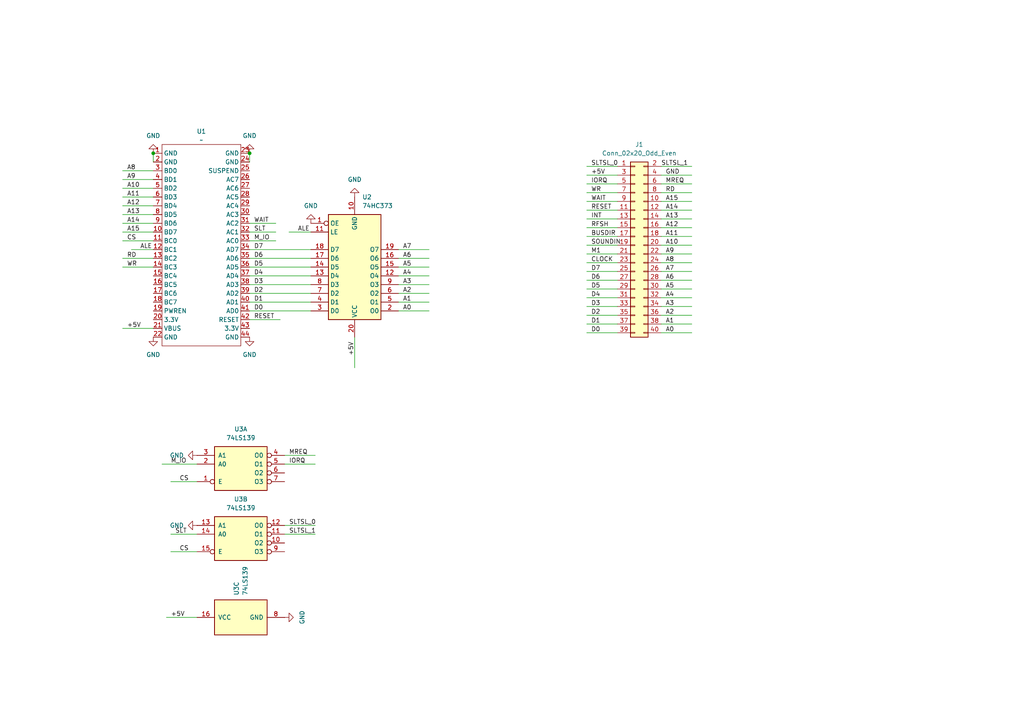
<source format=kicad_sch>
(kicad_sch
	(version 20231120)
	(generator "eeschema")
	(generator_version "8.0")
	(uuid "c7a8e4a0-a704-4977-8e68-a63747167104")
	(paper "A4")
	(lib_symbols
		(symbol "74xx:74HC373"
			(exclude_from_sim no)
			(in_bom yes)
			(on_board yes)
			(property "Reference" "U"
				(at -7.62 16.51 0)
				(effects
					(font
						(size 1.27 1.27)
					)
				)
			)
			(property "Value" "74HC373"
				(at -7.62 -16.51 0)
				(effects
					(font
						(size 1.27 1.27)
					)
				)
			)
			(property "Footprint" ""
				(at 0 0 0)
				(effects
					(font
						(size 1.27 1.27)
					)
					(hide yes)
				)
			)
			(property "Datasheet" "https://www.ti.com/lit/ds/symlink/cd54hc373.pdf"
				(at 0 0 0)
				(effects
					(font
						(size 1.27 1.27)
					)
					(hide yes)
				)
			)
			(property "Description" "8-bit Latch, 3-state outputs"
				(at 0 0 0)
				(effects
					(font
						(size 1.27 1.27)
					)
					(hide yes)
				)
			)
			(property "ki_keywords" "HCMOS REG DFF DFF8 LATCH"
				(at 0 0 0)
				(effects
					(font
						(size 1.27 1.27)
					)
					(hide yes)
				)
			)
			(property "ki_fp_filters" "DIP?20* SOIC?20* SO?20* SSOP?20* TSSOP?20*"
				(at 0 0 0)
				(effects
					(font
						(size 1.27 1.27)
					)
					(hide yes)
				)
			)
			(symbol "74HC373_1_0"
				(pin input inverted
					(at -12.7 -12.7 0)
					(length 5.08)
					(name "OE"
						(effects
							(font
								(size 1.27 1.27)
							)
						)
					)
					(number "1"
						(effects
							(font
								(size 1.27 1.27)
							)
						)
					)
				)
				(pin power_in line
					(at 0 -20.32 90)
					(length 5.08)
					(name "GND"
						(effects
							(font
								(size 1.27 1.27)
							)
						)
					)
					(number "10"
						(effects
							(font
								(size 1.27 1.27)
							)
						)
					)
				)
				(pin input line
					(at -12.7 -10.16 0)
					(length 5.08)
					(name "LE"
						(effects
							(font
								(size 1.27 1.27)
							)
						)
					)
					(number "11"
						(effects
							(font
								(size 1.27 1.27)
							)
						)
					)
				)
				(pin tri_state line
					(at 12.7 2.54 180)
					(length 5.08)
					(name "O4"
						(effects
							(font
								(size 1.27 1.27)
							)
						)
					)
					(number "12"
						(effects
							(font
								(size 1.27 1.27)
							)
						)
					)
				)
				(pin input line
					(at -12.7 2.54 0)
					(length 5.08)
					(name "D4"
						(effects
							(font
								(size 1.27 1.27)
							)
						)
					)
					(number "13"
						(effects
							(font
								(size 1.27 1.27)
							)
						)
					)
				)
				(pin input line
					(at -12.7 0 0)
					(length 5.08)
					(name "D5"
						(effects
							(font
								(size 1.27 1.27)
							)
						)
					)
					(number "14"
						(effects
							(font
								(size 1.27 1.27)
							)
						)
					)
				)
				(pin tri_state line
					(at 12.7 0 180)
					(length 5.08)
					(name "O5"
						(effects
							(font
								(size 1.27 1.27)
							)
						)
					)
					(number "15"
						(effects
							(font
								(size 1.27 1.27)
							)
						)
					)
				)
				(pin tri_state line
					(at 12.7 -2.54 180)
					(length 5.08)
					(name "O6"
						(effects
							(font
								(size 1.27 1.27)
							)
						)
					)
					(number "16"
						(effects
							(font
								(size 1.27 1.27)
							)
						)
					)
				)
				(pin input line
					(at -12.7 -2.54 0)
					(length 5.08)
					(name "D6"
						(effects
							(font
								(size 1.27 1.27)
							)
						)
					)
					(number "17"
						(effects
							(font
								(size 1.27 1.27)
							)
						)
					)
				)
				(pin input line
					(at -12.7 -5.08 0)
					(length 5.08)
					(name "D7"
						(effects
							(font
								(size 1.27 1.27)
							)
						)
					)
					(number "18"
						(effects
							(font
								(size 1.27 1.27)
							)
						)
					)
				)
				(pin tri_state line
					(at 12.7 -5.08 180)
					(length 5.08)
					(name "O7"
						(effects
							(font
								(size 1.27 1.27)
							)
						)
					)
					(number "19"
						(effects
							(font
								(size 1.27 1.27)
							)
						)
					)
				)
				(pin tri_state line
					(at 12.7 12.7 180)
					(length 5.08)
					(name "O0"
						(effects
							(font
								(size 1.27 1.27)
							)
						)
					)
					(number "2"
						(effects
							(font
								(size 1.27 1.27)
							)
						)
					)
				)
				(pin power_in line
					(at 0 20.32 270)
					(length 5.08)
					(name "VCC"
						(effects
							(font
								(size 1.27 1.27)
							)
						)
					)
					(number "20"
						(effects
							(font
								(size 1.27 1.27)
							)
						)
					)
				)
				(pin input line
					(at -12.7 12.7 0)
					(length 5.08)
					(name "D0"
						(effects
							(font
								(size 1.27 1.27)
							)
						)
					)
					(number "3"
						(effects
							(font
								(size 1.27 1.27)
							)
						)
					)
				)
				(pin input line
					(at -12.7 10.16 0)
					(length 5.08)
					(name "D1"
						(effects
							(font
								(size 1.27 1.27)
							)
						)
					)
					(number "4"
						(effects
							(font
								(size 1.27 1.27)
							)
						)
					)
				)
				(pin tri_state line
					(at 12.7 10.16 180)
					(length 5.08)
					(name "O1"
						(effects
							(font
								(size 1.27 1.27)
							)
						)
					)
					(number "5"
						(effects
							(font
								(size 1.27 1.27)
							)
						)
					)
				)
				(pin tri_state line
					(at 12.7 7.62 180)
					(length 5.08)
					(name "O2"
						(effects
							(font
								(size 1.27 1.27)
							)
						)
					)
					(number "6"
						(effects
							(font
								(size 1.27 1.27)
							)
						)
					)
				)
				(pin input line
					(at -12.7 7.62 0)
					(length 5.08)
					(name "D2"
						(effects
							(font
								(size 1.27 1.27)
							)
						)
					)
					(number "7"
						(effects
							(font
								(size 1.27 1.27)
							)
						)
					)
				)
				(pin input line
					(at -12.7 5.08 0)
					(length 5.08)
					(name "D3"
						(effects
							(font
								(size 1.27 1.27)
							)
						)
					)
					(number "8"
						(effects
							(font
								(size 1.27 1.27)
							)
						)
					)
				)
				(pin tri_state line
					(at 12.7 5.08 180)
					(length 5.08)
					(name "O3"
						(effects
							(font
								(size 1.27 1.27)
							)
						)
					)
					(number "9"
						(effects
							(font
								(size 1.27 1.27)
							)
						)
					)
				)
			)
			(symbol "74HC373_1_1"
				(rectangle
					(start -7.62 15.24)
					(end 7.62 -15.24)
					(stroke
						(width 0.254)
						(type default)
					)
					(fill
						(type background)
					)
				)
			)
		)
		(symbol "74xx:74LS139"
			(pin_names
				(offset 1.016)
			)
			(exclude_from_sim no)
			(in_bom yes)
			(on_board yes)
			(property "Reference" "U"
				(at -7.62 8.89 0)
				(effects
					(font
						(size 1.27 1.27)
					)
				)
			)
			(property "Value" "74LS139"
				(at -7.62 -8.89 0)
				(effects
					(font
						(size 1.27 1.27)
					)
				)
			)
			(property "Footprint" ""
				(at 0 0 0)
				(effects
					(font
						(size 1.27 1.27)
					)
					(hide yes)
				)
			)
			(property "Datasheet" "http://www.ti.com/lit/ds/symlink/sn74ls139a.pdf"
				(at 0 0 0)
				(effects
					(font
						(size 1.27 1.27)
					)
					(hide yes)
				)
			)
			(property "Description" "Dual Decoder 1 of 4, Active low outputs"
				(at 0 0 0)
				(effects
					(font
						(size 1.27 1.27)
					)
					(hide yes)
				)
			)
			(property "ki_locked" ""
				(at 0 0 0)
				(effects
					(font
						(size 1.27 1.27)
					)
				)
			)
			(property "ki_keywords" "TTL DECOD4"
				(at 0 0 0)
				(effects
					(font
						(size 1.27 1.27)
					)
					(hide yes)
				)
			)
			(property "ki_fp_filters" "DIP?16*"
				(at 0 0 0)
				(effects
					(font
						(size 1.27 1.27)
					)
					(hide yes)
				)
			)
			(symbol "74LS139_1_0"
				(pin input inverted
					(at -12.7 -5.08 0)
					(length 5.08)
					(name "E"
						(effects
							(font
								(size 1.27 1.27)
							)
						)
					)
					(number "1"
						(effects
							(font
								(size 1.27 1.27)
							)
						)
					)
				)
				(pin input line
					(at -12.7 0 0)
					(length 5.08)
					(name "A0"
						(effects
							(font
								(size 1.27 1.27)
							)
						)
					)
					(number "2"
						(effects
							(font
								(size 1.27 1.27)
							)
						)
					)
				)
				(pin input line
					(at -12.7 2.54 0)
					(length 5.08)
					(name "A1"
						(effects
							(font
								(size 1.27 1.27)
							)
						)
					)
					(number "3"
						(effects
							(font
								(size 1.27 1.27)
							)
						)
					)
				)
				(pin output inverted
					(at 12.7 2.54 180)
					(length 5.08)
					(name "O0"
						(effects
							(font
								(size 1.27 1.27)
							)
						)
					)
					(number "4"
						(effects
							(font
								(size 1.27 1.27)
							)
						)
					)
				)
				(pin output inverted
					(at 12.7 0 180)
					(length 5.08)
					(name "O1"
						(effects
							(font
								(size 1.27 1.27)
							)
						)
					)
					(number "5"
						(effects
							(font
								(size 1.27 1.27)
							)
						)
					)
				)
				(pin output inverted
					(at 12.7 -2.54 180)
					(length 5.08)
					(name "O2"
						(effects
							(font
								(size 1.27 1.27)
							)
						)
					)
					(number "6"
						(effects
							(font
								(size 1.27 1.27)
							)
						)
					)
				)
				(pin output inverted
					(at 12.7 -5.08 180)
					(length 5.08)
					(name "O3"
						(effects
							(font
								(size 1.27 1.27)
							)
						)
					)
					(number "7"
						(effects
							(font
								(size 1.27 1.27)
							)
						)
					)
				)
			)
			(symbol "74LS139_1_1"
				(rectangle
					(start -7.62 5.08)
					(end 7.62 -7.62)
					(stroke
						(width 0.254)
						(type default)
					)
					(fill
						(type background)
					)
				)
			)
			(symbol "74LS139_2_0"
				(pin output inverted
					(at 12.7 -2.54 180)
					(length 5.08)
					(name "O2"
						(effects
							(font
								(size 1.27 1.27)
							)
						)
					)
					(number "10"
						(effects
							(font
								(size 1.27 1.27)
							)
						)
					)
				)
				(pin output inverted
					(at 12.7 0 180)
					(length 5.08)
					(name "O1"
						(effects
							(font
								(size 1.27 1.27)
							)
						)
					)
					(number "11"
						(effects
							(font
								(size 1.27 1.27)
							)
						)
					)
				)
				(pin output inverted
					(at 12.7 2.54 180)
					(length 5.08)
					(name "O0"
						(effects
							(font
								(size 1.27 1.27)
							)
						)
					)
					(number "12"
						(effects
							(font
								(size 1.27 1.27)
							)
						)
					)
				)
				(pin input line
					(at -12.7 2.54 0)
					(length 5.08)
					(name "A1"
						(effects
							(font
								(size 1.27 1.27)
							)
						)
					)
					(number "13"
						(effects
							(font
								(size 1.27 1.27)
							)
						)
					)
				)
				(pin input line
					(at -12.7 0 0)
					(length 5.08)
					(name "A0"
						(effects
							(font
								(size 1.27 1.27)
							)
						)
					)
					(number "14"
						(effects
							(font
								(size 1.27 1.27)
							)
						)
					)
				)
				(pin input inverted
					(at -12.7 -5.08 0)
					(length 5.08)
					(name "E"
						(effects
							(font
								(size 1.27 1.27)
							)
						)
					)
					(number "15"
						(effects
							(font
								(size 1.27 1.27)
							)
						)
					)
				)
				(pin output inverted
					(at 12.7 -5.08 180)
					(length 5.08)
					(name "O3"
						(effects
							(font
								(size 1.27 1.27)
							)
						)
					)
					(number "9"
						(effects
							(font
								(size 1.27 1.27)
							)
						)
					)
				)
			)
			(symbol "74LS139_2_1"
				(rectangle
					(start -7.62 5.08)
					(end 7.62 -7.62)
					(stroke
						(width 0.254)
						(type default)
					)
					(fill
						(type background)
					)
				)
			)
			(symbol "74LS139_3_0"
				(pin power_in line
					(at 0 12.7 270)
					(length 5.08)
					(name "VCC"
						(effects
							(font
								(size 1.27 1.27)
							)
						)
					)
					(number "16"
						(effects
							(font
								(size 1.27 1.27)
							)
						)
					)
				)
				(pin power_in line
					(at 0 -12.7 90)
					(length 5.08)
					(name "GND"
						(effects
							(font
								(size 1.27 1.27)
							)
						)
					)
					(number "8"
						(effects
							(font
								(size 1.27 1.27)
							)
						)
					)
				)
			)
			(symbol "74LS139_3_1"
				(rectangle
					(start -5.08 7.62)
					(end 5.08 -7.62)
					(stroke
						(width 0.254)
						(type default)
					)
					(fill
						(type background)
					)
				)
			)
		)
		(symbol "Connector_Generic:Conn_02x20_Odd_Even"
			(pin_names
				(offset 1.016) hide)
			(exclude_from_sim no)
			(in_bom yes)
			(on_board yes)
			(property "Reference" "J"
				(at 1.27 25.4 0)
				(effects
					(font
						(size 1.27 1.27)
					)
				)
			)
			(property "Value" "Conn_02x20_Odd_Even"
				(at 1.27 -27.94 0)
				(effects
					(font
						(size 1.27 1.27)
					)
				)
			)
			(property "Footprint" ""
				(at 0 0 0)
				(effects
					(font
						(size 1.27 1.27)
					)
					(hide yes)
				)
			)
			(property "Datasheet" "~"
				(at 0 0 0)
				(effects
					(font
						(size 1.27 1.27)
					)
					(hide yes)
				)
			)
			(property "Description" "Generic connector, double row, 02x20, odd/even pin numbering scheme (row 1 odd numbers, row 2 even numbers), script generated (kicad-library-utils/schlib/autogen/connector/)"
				(at 0 0 0)
				(effects
					(font
						(size 1.27 1.27)
					)
					(hide yes)
				)
			)
			(property "ki_keywords" "connector"
				(at 0 0 0)
				(effects
					(font
						(size 1.27 1.27)
					)
					(hide yes)
				)
			)
			(property "ki_fp_filters" "Connector*:*_2x??_*"
				(at 0 0 0)
				(effects
					(font
						(size 1.27 1.27)
					)
					(hide yes)
				)
			)
			(symbol "Conn_02x20_Odd_Even_1_1"
				(rectangle
					(start -1.27 -25.273)
					(end 0 -25.527)
					(stroke
						(width 0.1524)
						(type default)
					)
					(fill
						(type none)
					)
				)
				(rectangle
					(start -1.27 -22.733)
					(end 0 -22.987)
					(stroke
						(width 0.1524)
						(type default)
					)
					(fill
						(type none)
					)
				)
				(rectangle
					(start -1.27 -20.193)
					(end 0 -20.447)
					(stroke
						(width 0.1524)
						(type default)
					)
					(fill
						(type none)
					)
				)
				(rectangle
					(start -1.27 -17.653)
					(end 0 -17.907)
					(stroke
						(width 0.1524)
						(type default)
					)
					(fill
						(type none)
					)
				)
				(rectangle
					(start -1.27 -15.113)
					(end 0 -15.367)
					(stroke
						(width 0.1524)
						(type default)
					)
					(fill
						(type none)
					)
				)
				(rectangle
					(start -1.27 -12.573)
					(end 0 -12.827)
					(stroke
						(width 0.1524)
						(type default)
					)
					(fill
						(type none)
					)
				)
				(rectangle
					(start -1.27 -10.033)
					(end 0 -10.287)
					(stroke
						(width 0.1524)
						(type default)
					)
					(fill
						(type none)
					)
				)
				(rectangle
					(start -1.27 -7.493)
					(end 0 -7.747)
					(stroke
						(width 0.1524)
						(type default)
					)
					(fill
						(type none)
					)
				)
				(rectangle
					(start -1.27 -4.953)
					(end 0 -5.207)
					(stroke
						(width 0.1524)
						(type default)
					)
					(fill
						(type none)
					)
				)
				(rectangle
					(start -1.27 -2.413)
					(end 0 -2.667)
					(stroke
						(width 0.1524)
						(type default)
					)
					(fill
						(type none)
					)
				)
				(rectangle
					(start -1.27 0.127)
					(end 0 -0.127)
					(stroke
						(width 0.1524)
						(type default)
					)
					(fill
						(type none)
					)
				)
				(rectangle
					(start -1.27 2.667)
					(end 0 2.413)
					(stroke
						(width 0.1524)
						(type default)
					)
					(fill
						(type none)
					)
				)
				(rectangle
					(start -1.27 5.207)
					(end 0 4.953)
					(stroke
						(width 0.1524)
						(type default)
					)
					(fill
						(type none)
					)
				)
				(rectangle
					(start -1.27 7.747)
					(end 0 7.493)
					(stroke
						(width 0.1524)
						(type default)
					)
					(fill
						(type none)
					)
				)
				(rectangle
					(start -1.27 10.287)
					(end 0 10.033)
					(stroke
						(width 0.1524)
						(type default)
					)
					(fill
						(type none)
					)
				)
				(rectangle
					(start -1.27 12.827)
					(end 0 12.573)
					(stroke
						(width 0.1524)
						(type default)
					)
					(fill
						(type none)
					)
				)
				(rectangle
					(start -1.27 15.367)
					(end 0 15.113)
					(stroke
						(width 0.1524)
						(type default)
					)
					(fill
						(type none)
					)
				)
				(rectangle
					(start -1.27 17.907)
					(end 0 17.653)
					(stroke
						(width 0.1524)
						(type default)
					)
					(fill
						(type none)
					)
				)
				(rectangle
					(start -1.27 20.447)
					(end 0 20.193)
					(stroke
						(width 0.1524)
						(type default)
					)
					(fill
						(type none)
					)
				)
				(rectangle
					(start -1.27 22.987)
					(end 0 22.733)
					(stroke
						(width 0.1524)
						(type default)
					)
					(fill
						(type none)
					)
				)
				(rectangle
					(start -1.27 24.13)
					(end 3.81 -26.67)
					(stroke
						(width 0.254)
						(type default)
					)
					(fill
						(type background)
					)
				)
				(rectangle
					(start 3.81 -25.273)
					(end 2.54 -25.527)
					(stroke
						(width 0.1524)
						(type default)
					)
					(fill
						(type none)
					)
				)
				(rectangle
					(start 3.81 -22.733)
					(end 2.54 -22.987)
					(stroke
						(width 0.1524)
						(type default)
					)
					(fill
						(type none)
					)
				)
				(rectangle
					(start 3.81 -20.193)
					(end 2.54 -20.447)
					(stroke
						(width 0.1524)
						(type default)
					)
					(fill
						(type none)
					)
				)
				(rectangle
					(start 3.81 -17.653)
					(end 2.54 -17.907)
					(stroke
						(width 0.1524)
						(type default)
					)
					(fill
						(type none)
					)
				)
				(rectangle
					(start 3.81 -15.113)
					(end 2.54 -15.367)
					(stroke
						(width 0.1524)
						(type default)
					)
					(fill
						(type none)
					)
				)
				(rectangle
					(start 3.81 -12.573)
					(end 2.54 -12.827)
					(stroke
						(width 0.1524)
						(type default)
					)
					(fill
						(type none)
					)
				)
				(rectangle
					(start 3.81 -10.033)
					(end 2.54 -10.287)
					(stroke
						(width 0.1524)
						(type default)
					)
					(fill
						(type none)
					)
				)
				(rectangle
					(start 3.81 -7.493)
					(end 2.54 -7.747)
					(stroke
						(width 0.1524)
						(type default)
					)
					(fill
						(type none)
					)
				)
				(rectangle
					(start 3.81 -4.953)
					(end 2.54 -5.207)
					(stroke
						(width 0.1524)
						(type default)
					)
					(fill
						(type none)
					)
				)
				(rectangle
					(start 3.81 -2.413)
					(end 2.54 -2.667)
					(stroke
						(width 0.1524)
						(type default)
					)
					(fill
						(type none)
					)
				)
				(rectangle
					(start 3.81 0.127)
					(end 2.54 -0.127)
					(stroke
						(width 0.1524)
						(type default)
					)
					(fill
						(type none)
					)
				)
				(rectangle
					(start 3.81 2.667)
					(end 2.54 2.413)
					(stroke
						(width 0.1524)
						(type default)
					)
					(fill
						(type none)
					)
				)
				(rectangle
					(start 3.81 5.207)
					(end 2.54 4.953)
					(stroke
						(width 0.1524)
						(type default)
					)
					(fill
						(type none)
					)
				)
				(rectangle
					(start 3.81 7.747)
					(end 2.54 7.493)
					(stroke
						(width 0.1524)
						(type default)
					)
					(fill
						(type none)
					)
				)
				(rectangle
					(start 3.81 10.287)
					(end 2.54 10.033)
					(stroke
						(width 0.1524)
						(type default)
					)
					(fill
						(type none)
					)
				)
				(rectangle
					(start 3.81 12.827)
					(end 2.54 12.573)
					(stroke
						(width 0.1524)
						(type default)
					)
					(fill
						(type none)
					)
				)
				(rectangle
					(start 3.81 15.367)
					(end 2.54 15.113)
					(stroke
						(width 0.1524)
						(type default)
					)
					(fill
						(type none)
					)
				)
				(rectangle
					(start 3.81 17.907)
					(end 2.54 17.653)
					(stroke
						(width 0.1524)
						(type default)
					)
					(fill
						(type none)
					)
				)
				(rectangle
					(start 3.81 20.447)
					(end 2.54 20.193)
					(stroke
						(width 0.1524)
						(type default)
					)
					(fill
						(type none)
					)
				)
				(rectangle
					(start 3.81 22.987)
					(end 2.54 22.733)
					(stroke
						(width 0.1524)
						(type default)
					)
					(fill
						(type none)
					)
				)
				(pin passive line
					(at -5.08 22.86 0)
					(length 3.81)
					(name "Pin_1"
						(effects
							(font
								(size 1.27 1.27)
							)
						)
					)
					(number "1"
						(effects
							(font
								(size 1.27 1.27)
							)
						)
					)
				)
				(pin passive line
					(at 7.62 12.7 180)
					(length 3.81)
					(name "Pin_10"
						(effects
							(font
								(size 1.27 1.27)
							)
						)
					)
					(number "10"
						(effects
							(font
								(size 1.27 1.27)
							)
						)
					)
				)
				(pin passive line
					(at -5.08 10.16 0)
					(length 3.81)
					(name "Pin_11"
						(effects
							(font
								(size 1.27 1.27)
							)
						)
					)
					(number "11"
						(effects
							(font
								(size 1.27 1.27)
							)
						)
					)
				)
				(pin passive line
					(at 7.62 10.16 180)
					(length 3.81)
					(name "Pin_12"
						(effects
							(font
								(size 1.27 1.27)
							)
						)
					)
					(number "12"
						(effects
							(font
								(size 1.27 1.27)
							)
						)
					)
				)
				(pin passive line
					(at -5.08 7.62 0)
					(length 3.81)
					(name "Pin_13"
						(effects
							(font
								(size 1.27 1.27)
							)
						)
					)
					(number "13"
						(effects
							(font
								(size 1.27 1.27)
							)
						)
					)
				)
				(pin passive line
					(at 7.62 7.62 180)
					(length 3.81)
					(name "Pin_14"
						(effects
							(font
								(size 1.27 1.27)
							)
						)
					)
					(number "14"
						(effects
							(font
								(size 1.27 1.27)
							)
						)
					)
				)
				(pin passive line
					(at -5.08 5.08 0)
					(length 3.81)
					(name "Pin_15"
						(effects
							(font
								(size 1.27 1.27)
							)
						)
					)
					(number "15"
						(effects
							(font
								(size 1.27 1.27)
							)
						)
					)
				)
				(pin passive line
					(at 7.62 5.08 180)
					(length 3.81)
					(name "Pin_16"
						(effects
							(font
								(size 1.27 1.27)
							)
						)
					)
					(number "16"
						(effects
							(font
								(size 1.27 1.27)
							)
						)
					)
				)
				(pin passive line
					(at -5.08 2.54 0)
					(length 3.81)
					(name "Pin_17"
						(effects
							(font
								(size 1.27 1.27)
							)
						)
					)
					(number "17"
						(effects
							(font
								(size 1.27 1.27)
							)
						)
					)
				)
				(pin passive line
					(at 7.62 2.54 180)
					(length 3.81)
					(name "Pin_18"
						(effects
							(font
								(size 1.27 1.27)
							)
						)
					)
					(number "18"
						(effects
							(font
								(size 1.27 1.27)
							)
						)
					)
				)
				(pin passive line
					(at -5.08 0 0)
					(length 3.81)
					(name "Pin_19"
						(effects
							(font
								(size 1.27 1.27)
							)
						)
					)
					(number "19"
						(effects
							(font
								(size 1.27 1.27)
							)
						)
					)
				)
				(pin passive line
					(at 7.62 22.86 180)
					(length 3.81)
					(name "Pin_2"
						(effects
							(font
								(size 1.27 1.27)
							)
						)
					)
					(number "2"
						(effects
							(font
								(size 1.27 1.27)
							)
						)
					)
				)
				(pin passive line
					(at 7.62 0 180)
					(length 3.81)
					(name "Pin_20"
						(effects
							(font
								(size 1.27 1.27)
							)
						)
					)
					(number "20"
						(effects
							(font
								(size 1.27 1.27)
							)
						)
					)
				)
				(pin passive line
					(at -5.08 -2.54 0)
					(length 3.81)
					(name "Pin_21"
						(effects
							(font
								(size 1.27 1.27)
							)
						)
					)
					(number "21"
						(effects
							(font
								(size 1.27 1.27)
							)
						)
					)
				)
				(pin passive line
					(at 7.62 -2.54 180)
					(length 3.81)
					(name "Pin_22"
						(effects
							(font
								(size 1.27 1.27)
							)
						)
					)
					(number "22"
						(effects
							(font
								(size 1.27 1.27)
							)
						)
					)
				)
				(pin passive line
					(at -5.08 -5.08 0)
					(length 3.81)
					(name "Pin_23"
						(effects
							(font
								(size 1.27 1.27)
							)
						)
					)
					(number "23"
						(effects
							(font
								(size 1.27 1.27)
							)
						)
					)
				)
				(pin passive line
					(at 7.62 -5.08 180)
					(length 3.81)
					(name "Pin_24"
						(effects
							(font
								(size 1.27 1.27)
							)
						)
					)
					(number "24"
						(effects
							(font
								(size 1.27 1.27)
							)
						)
					)
				)
				(pin passive line
					(at -5.08 -7.62 0)
					(length 3.81)
					(name "Pin_25"
						(effects
							(font
								(size 1.27 1.27)
							)
						)
					)
					(number "25"
						(effects
							(font
								(size 1.27 1.27)
							)
						)
					)
				)
				(pin passive line
					(at 7.62 -7.62 180)
					(length 3.81)
					(name "Pin_26"
						(effects
							(font
								(size 1.27 1.27)
							)
						)
					)
					(number "26"
						(effects
							(font
								(size 1.27 1.27)
							)
						)
					)
				)
				(pin passive line
					(at -5.08 -10.16 0)
					(length 3.81)
					(name "Pin_27"
						(effects
							(font
								(size 1.27 1.27)
							)
						)
					)
					(number "27"
						(effects
							(font
								(size 1.27 1.27)
							)
						)
					)
				)
				(pin passive line
					(at 7.62 -10.16 180)
					(length 3.81)
					(name "Pin_28"
						(effects
							(font
								(size 1.27 1.27)
							)
						)
					)
					(number "28"
						(effects
							(font
								(size 1.27 1.27)
							)
						)
					)
				)
				(pin passive line
					(at -5.08 -12.7 0)
					(length 3.81)
					(name "Pin_29"
						(effects
							(font
								(size 1.27 1.27)
							)
						)
					)
					(number "29"
						(effects
							(font
								(size 1.27 1.27)
							)
						)
					)
				)
				(pin passive line
					(at -5.08 20.32 0)
					(length 3.81)
					(name "Pin_3"
						(effects
							(font
								(size 1.27 1.27)
							)
						)
					)
					(number "3"
						(effects
							(font
								(size 1.27 1.27)
							)
						)
					)
				)
				(pin passive line
					(at 7.62 -12.7 180)
					(length 3.81)
					(name "Pin_30"
						(effects
							(font
								(size 1.27 1.27)
							)
						)
					)
					(number "30"
						(effects
							(font
								(size 1.27 1.27)
							)
						)
					)
				)
				(pin passive line
					(at -5.08 -15.24 0)
					(length 3.81)
					(name "Pin_31"
						(effects
							(font
								(size 1.27 1.27)
							)
						)
					)
					(number "31"
						(effects
							(font
								(size 1.27 1.27)
							)
						)
					)
				)
				(pin passive line
					(at 7.62 -15.24 180)
					(length 3.81)
					(name "Pin_32"
						(effects
							(font
								(size 1.27 1.27)
							)
						)
					)
					(number "32"
						(effects
							(font
								(size 1.27 1.27)
							)
						)
					)
				)
				(pin passive line
					(at -5.08 -17.78 0)
					(length 3.81)
					(name "Pin_33"
						(effects
							(font
								(size 1.27 1.27)
							)
						)
					)
					(number "33"
						(effects
							(font
								(size 1.27 1.27)
							)
						)
					)
				)
				(pin passive line
					(at 7.62 -17.78 180)
					(length 3.81)
					(name "Pin_34"
						(effects
							(font
								(size 1.27 1.27)
							)
						)
					)
					(number "34"
						(effects
							(font
								(size 1.27 1.27)
							)
						)
					)
				)
				(pin passive line
					(at -5.08 -20.32 0)
					(length 3.81)
					(name "Pin_35"
						(effects
							(font
								(size 1.27 1.27)
							)
						)
					)
					(number "35"
						(effects
							(font
								(size 1.27 1.27)
							)
						)
					)
				)
				(pin passive line
					(at 7.62 -20.32 180)
					(length 3.81)
					(name "Pin_36"
						(effects
							(font
								(size 1.27 1.27)
							)
						)
					)
					(number "36"
						(effects
							(font
								(size 1.27 1.27)
							)
						)
					)
				)
				(pin passive line
					(at -5.08 -22.86 0)
					(length 3.81)
					(name "Pin_37"
						(effects
							(font
								(size 1.27 1.27)
							)
						)
					)
					(number "37"
						(effects
							(font
								(size 1.27 1.27)
							)
						)
					)
				)
				(pin passive line
					(at 7.62 -22.86 180)
					(length 3.81)
					(name "Pin_38"
						(effects
							(font
								(size 1.27 1.27)
							)
						)
					)
					(number "38"
						(effects
							(font
								(size 1.27 1.27)
							)
						)
					)
				)
				(pin passive line
					(at -5.08 -25.4 0)
					(length 3.81)
					(name "Pin_39"
						(effects
							(font
								(size 1.27 1.27)
							)
						)
					)
					(number "39"
						(effects
							(font
								(size 1.27 1.27)
							)
						)
					)
				)
				(pin passive line
					(at 7.62 20.32 180)
					(length 3.81)
					(name "Pin_4"
						(effects
							(font
								(size 1.27 1.27)
							)
						)
					)
					(number "4"
						(effects
							(font
								(size 1.27 1.27)
							)
						)
					)
				)
				(pin passive line
					(at 7.62 -25.4 180)
					(length 3.81)
					(name "Pin_40"
						(effects
							(font
								(size 1.27 1.27)
							)
						)
					)
					(number "40"
						(effects
							(font
								(size 1.27 1.27)
							)
						)
					)
				)
				(pin passive line
					(at -5.08 17.78 0)
					(length 3.81)
					(name "Pin_5"
						(effects
							(font
								(size 1.27 1.27)
							)
						)
					)
					(number "5"
						(effects
							(font
								(size 1.27 1.27)
							)
						)
					)
				)
				(pin passive line
					(at 7.62 17.78 180)
					(length 3.81)
					(name "Pin_6"
						(effects
							(font
								(size 1.27 1.27)
							)
						)
					)
					(number "6"
						(effects
							(font
								(size 1.27 1.27)
							)
						)
					)
				)
				(pin passive line
					(at -5.08 15.24 0)
					(length 3.81)
					(name "Pin_7"
						(effects
							(font
								(size 1.27 1.27)
							)
						)
					)
					(number "7"
						(effects
							(font
								(size 1.27 1.27)
							)
						)
					)
				)
				(pin passive line
					(at 7.62 15.24 180)
					(length 3.81)
					(name "Pin_8"
						(effects
							(font
								(size 1.27 1.27)
							)
						)
					)
					(number "8"
						(effects
							(font
								(size 1.27 1.27)
							)
						)
					)
				)
				(pin passive line
					(at -5.08 12.7 0)
					(length 3.81)
					(name "Pin_9"
						(effects
							(font
								(size 1.27 1.27)
							)
						)
					)
					(number "9"
						(effects
							(font
								(size 1.27 1.27)
							)
						)
					)
				)
			)
		)
		(symbol "msx_slot:FT2232H_EVB"
			(exclude_from_sim no)
			(in_bom yes)
			(on_board yes)
			(property "Reference" "U"
				(at 0 20.32 0)
				(effects
					(font
						(size 1.27 1.27)
					)
				)
			)
			(property "Value" ""
				(at -7.62 24.13 0)
				(effects
					(font
						(size 1.27 1.27)
					)
				)
			)
			(property "Footprint" ""
				(at -7.62 24.13 0)
				(effects
					(font
						(size 1.27 1.27)
					)
					(hide yes)
				)
			)
			(property "Datasheet" ""
				(at -7.62 24.13 0)
				(effects
					(font
						(size 1.27 1.27)
					)
					(hide yes)
				)
			)
			(property "Description" ""
				(at -7.62 24.13 0)
				(effects
					(font
						(size 1.27 1.27)
					)
					(hide yes)
				)
			)
			(symbol "FT2232H_EVB_1_1"
				(rectangle
					(start -11.43 27.94)
					(end 11.43 -30.48)
					(stroke
						(width 0)
						(type default)
					)
					(fill
						(type none)
					)
				)
				(pin input line
					(at -13.97 25.4 0)
					(length 2.54)
					(name "GND"
						(effects
							(font
								(size 1.27 1.27)
							)
						)
					)
					(number "1"
						(effects
							(font
								(size 1.27 1.27)
							)
						)
					)
				)
				(pin input line
					(at -13.97 2.54 0)
					(length 2.54)
					(name "BD7"
						(effects
							(font
								(size 1.27 1.27)
							)
						)
					)
					(number "10"
						(effects
							(font
								(size 1.27 1.27)
							)
						)
					)
				)
				(pin input line
					(at -13.97 0 0)
					(length 2.54)
					(name "BC0"
						(effects
							(font
								(size 1.27 1.27)
							)
						)
					)
					(number "11"
						(effects
							(font
								(size 1.27 1.27)
							)
						)
					)
				)
				(pin input line
					(at -13.97 -2.54 0)
					(length 2.54)
					(name "BC1"
						(effects
							(font
								(size 1.27 1.27)
							)
						)
					)
					(number "12"
						(effects
							(font
								(size 1.27 1.27)
							)
						)
					)
				)
				(pin input line
					(at -13.97 -5.08 0)
					(length 2.54)
					(name "BC2"
						(effects
							(font
								(size 1.27 1.27)
							)
						)
					)
					(number "13"
						(effects
							(font
								(size 1.27 1.27)
							)
						)
					)
				)
				(pin input line
					(at -13.97 -7.62 0)
					(length 2.54)
					(name "BC3"
						(effects
							(font
								(size 1.27 1.27)
							)
						)
					)
					(number "14"
						(effects
							(font
								(size 1.27 1.27)
							)
						)
					)
				)
				(pin input line
					(at -13.97 -10.16 0)
					(length 2.54)
					(name "BC4"
						(effects
							(font
								(size 1.27 1.27)
							)
						)
					)
					(number "15"
						(effects
							(font
								(size 1.27 1.27)
							)
						)
					)
				)
				(pin input line
					(at -13.97 -12.7 0)
					(length 2.54)
					(name "BC5"
						(effects
							(font
								(size 1.27 1.27)
							)
						)
					)
					(number "16"
						(effects
							(font
								(size 1.27 1.27)
							)
						)
					)
				)
				(pin input line
					(at -13.97 -15.24 0)
					(length 2.54)
					(name "BC6"
						(effects
							(font
								(size 1.27 1.27)
							)
						)
					)
					(number "17"
						(effects
							(font
								(size 1.27 1.27)
							)
						)
					)
				)
				(pin input line
					(at -13.97 -17.78 0)
					(length 2.54)
					(name "BC7"
						(effects
							(font
								(size 1.27 1.27)
							)
						)
					)
					(number "18"
						(effects
							(font
								(size 1.27 1.27)
							)
						)
					)
				)
				(pin input line
					(at -13.97 -20.32 0)
					(length 2.54)
					(name "PWREN"
						(effects
							(font
								(size 1.27 1.27)
							)
						)
					)
					(number "19"
						(effects
							(font
								(size 1.27 1.27)
							)
						)
					)
				)
				(pin input line
					(at -13.97 22.86 0)
					(length 2.54)
					(name "GND"
						(effects
							(font
								(size 1.27 1.27)
							)
						)
					)
					(number "2"
						(effects
							(font
								(size 1.27 1.27)
							)
						)
					)
				)
				(pin input line
					(at -13.97 -22.86 0)
					(length 2.54)
					(name "3.3V"
						(effects
							(font
								(size 1.27 1.27)
							)
						)
					)
					(number "20"
						(effects
							(font
								(size 1.27 1.27)
							)
						)
					)
				)
				(pin input line
					(at -13.97 -25.4 0)
					(length 2.54)
					(name "VBUS"
						(effects
							(font
								(size 1.27 1.27)
							)
						)
					)
					(number "21"
						(effects
							(font
								(size 1.27 1.27)
							)
						)
					)
				)
				(pin input line
					(at -13.97 -27.94 0)
					(length 2.54)
					(name "GND"
						(effects
							(font
								(size 1.27 1.27)
							)
						)
					)
					(number "22"
						(effects
							(font
								(size 1.27 1.27)
							)
						)
					)
				)
				(pin input line
					(at 13.97 25.4 180)
					(length 2.54)
					(name "GND"
						(effects
							(font
								(size 1.27 1.27)
							)
						)
					)
					(number "23"
						(effects
							(font
								(size 1.27 1.27)
							)
						)
					)
				)
				(pin input line
					(at 13.97 22.86 180)
					(length 2.54)
					(name "GND"
						(effects
							(font
								(size 1.27 1.27)
							)
						)
					)
					(number "24"
						(effects
							(font
								(size 1.27 1.27)
							)
						)
					)
				)
				(pin input line
					(at 13.97 20.32 180)
					(length 2.54)
					(name "SUSPEND"
						(effects
							(font
								(size 1.27 1.27)
							)
						)
					)
					(number "25"
						(effects
							(font
								(size 1.27 1.27)
							)
						)
					)
				)
				(pin input line
					(at 13.97 17.78 180)
					(length 2.54)
					(name "AC7"
						(effects
							(font
								(size 1.27 1.27)
							)
						)
					)
					(number "26"
						(effects
							(font
								(size 1.27 1.27)
							)
						)
					)
				)
				(pin input line
					(at 13.97 15.24 180)
					(length 2.54)
					(name "AC6"
						(effects
							(font
								(size 1.27 1.27)
							)
						)
					)
					(number "27"
						(effects
							(font
								(size 1.27 1.27)
							)
						)
					)
				)
				(pin input line
					(at 13.97 12.7 180)
					(length 2.54)
					(name "AC5"
						(effects
							(font
								(size 1.27 1.27)
							)
						)
					)
					(number "28"
						(effects
							(font
								(size 1.27 1.27)
							)
						)
					)
				)
				(pin input line
					(at 13.97 10.16 180)
					(length 2.54)
					(name "AC4"
						(effects
							(font
								(size 1.27 1.27)
							)
						)
					)
					(number "29"
						(effects
							(font
								(size 1.27 1.27)
							)
						)
					)
				)
				(pin input line
					(at -13.97 20.32 0)
					(length 2.54)
					(name "BD0"
						(effects
							(font
								(size 1.27 1.27)
							)
						)
					)
					(number "3"
						(effects
							(font
								(size 1.27 1.27)
							)
						)
					)
				)
				(pin input line
					(at 13.97 7.62 180)
					(length 2.54)
					(name "AC3"
						(effects
							(font
								(size 1.27 1.27)
							)
						)
					)
					(number "30"
						(effects
							(font
								(size 1.27 1.27)
							)
						)
					)
				)
				(pin input line
					(at 13.97 5.08 180)
					(length 2.54)
					(name "AC2"
						(effects
							(font
								(size 1.27 1.27)
							)
						)
					)
					(number "31"
						(effects
							(font
								(size 1.27 1.27)
							)
						)
					)
				)
				(pin input line
					(at 13.97 2.54 180)
					(length 2.54)
					(name "AC1"
						(effects
							(font
								(size 1.27 1.27)
							)
						)
					)
					(number "32"
						(effects
							(font
								(size 1.27 1.27)
							)
						)
					)
				)
				(pin input line
					(at 13.97 0 180)
					(length 2.54)
					(name "AC0"
						(effects
							(font
								(size 1.27 1.27)
							)
						)
					)
					(number "33"
						(effects
							(font
								(size 1.27 1.27)
							)
						)
					)
				)
				(pin input line
					(at 13.97 -2.54 180)
					(length 2.54)
					(name "AD7"
						(effects
							(font
								(size 1.27 1.27)
							)
						)
					)
					(number "34"
						(effects
							(font
								(size 1.27 1.27)
							)
						)
					)
				)
				(pin input line
					(at 13.97 -5.08 180)
					(length 2.54)
					(name "AD6"
						(effects
							(font
								(size 1.27 1.27)
							)
						)
					)
					(number "35"
						(effects
							(font
								(size 1.27 1.27)
							)
						)
					)
				)
				(pin input line
					(at 13.97 -7.62 180)
					(length 2.54)
					(name "AD5"
						(effects
							(font
								(size 1.27 1.27)
							)
						)
					)
					(number "36"
						(effects
							(font
								(size 1.27 1.27)
							)
						)
					)
				)
				(pin input line
					(at 13.97 -10.16 180)
					(length 2.54)
					(name "AD4"
						(effects
							(font
								(size 1.27 1.27)
							)
						)
					)
					(number "37"
						(effects
							(font
								(size 1.27 1.27)
							)
						)
					)
				)
				(pin input line
					(at 13.97 -12.7 180)
					(length 2.54)
					(name "AD3"
						(effects
							(font
								(size 1.27 1.27)
							)
						)
					)
					(number "38"
						(effects
							(font
								(size 1.27 1.27)
							)
						)
					)
				)
				(pin input line
					(at 13.97 -15.24 180)
					(length 2.54)
					(name "AD2"
						(effects
							(font
								(size 1.27 1.27)
							)
						)
					)
					(number "39"
						(effects
							(font
								(size 1.27 1.27)
							)
						)
					)
				)
				(pin input line
					(at -13.97 17.78 0)
					(length 2.54)
					(name "BD1"
						(effects
							(font
								(size 1.27 1.27)
							)
						)
					)
					(number "4"
						(effects
							(font
								(size 1.27 1.27)
							)
						)
					)
				)
				(pin input line
					(at 13.97 -17.78 180)
					(length 2.54)
					(name "AD1"
						(effects
							(font
								(size 1.27 1.27)
							)
						)
					)
					(number "40"
						(effects
							(font
								(size 1.27 1.27)
							)
						)
					)
				)
				(pin input line
					(at 13.97 -20.32 180)
					(length 2.54)
					(name "AD0"
						(effects
							(font
								(size 1.27 1.27)
							)
						)
					)
					(number "41"
						(effects
							(font
								(size 1.27 1.27)
							)
						)
					)
				)
				(pin input line
					(at 13.97 -22.86 180)
					(length 2.54)
					(name "RESET"
						(effects
							(font
								(size 1.27 1.27)
							)
						)
					)
					(number "42"
						(effects
							(font
								(size 1.27 1.27)
							)
						)
					)
				)
				(pin input line
					(at 13.97 -25.4 180)
					(length 2.54)
					(name "3.3V"
						(effects
							(font
								(size 1.27 1.27)
							)
						)
					)
					(number "43"
						(effects
							(font
								(size 1.27 1.27)
							)
						)
					)
				)
				(pin input line
					(at 13.97 -27.94 180)
					(length 2.54)
					(name "GND"
						(effects
							(font
								(size 1.27 1.27)
							)
						)
					)
					(number "44"
						(effects
							(font
								(size 1.27 1.27)
							)
						)
					)
				)
				(pin input line
					(at -13.97 15.24 0)
					(length 2.54)
					(name "BD2"
						(effects
							(font
								(size 1.27 1.27)
							)
						)
					)
					(number "5"
						(effects
							(font
								(size 1.27 1.27)
							)
						)
					)
				)
				(pin input line
					(at -13.97 12.7 0)
					(length 2.54)
					(name "BD3"
						(effects
							(font
								(size 1.27 1.27)
							)
						)
					)
					(number "6"
						(effects
							(font
								(size 1.27 1.27)
							)
						)
					)
				)
				(pin input line
					(at -13.97 10.16 0)
					(length 2.54)
					(name "BD4"
						(effects
							(font
								(size 1.27 1.27)
							)
						)
					)
					(number "7"
						(effects
							(font
								(size 1.27 1.27)
							)
						)
					)
				)
				(pin input line
					(at -13.97 7.62 0)
					(length 2.54)
					(name "BD5"
						(effects
							(font
								(size 1.27 1.27)
							)
						)
					)
					(number "8"
						(effects
							(font
								(size 1.27 1.27)
							)
						)
					)
				)
				(pin input line
					(at -13.97 5.08 0)
					(length 2.54)
					(name "BD6"
						(effects
							(font
								(size 1.27 1.27)
							)
						)
					)
					(number "9"
						(effects
							(font
								(size 1.27 1.27)
							)
						)
					)
				)
			)
		)
		(symbol "power:+3.3V"
			(power)
			(pin_numbers hide)
			(pin_names
				(offset 0) hide)
			(exclude_from_sim no)
			(in_bom yes)
			(on_board yes)
			(property "Reference" "#PWR"
				(at 0 -3.81 0)
				(effects
					(font
						(size 1.27 1.27)
					)
					(hide yes)
				)
			)
			(property "Value" "+3.3V"
				(at 0 3.556 0)
				(effects
					(font
						(size 1.27 1.27)
					)
				)
			)
			(property "Footprint" ""
				(at 0 0 0)
				(effects
					(font
						(size 1.27 1.27)
					)
					(hide yes)
				)
			)
			(property "Datasheet" ""
				(at 0 0 0)
				(effects
					(font
						(size 1.27 1.27)
					)
					(hide yes)
				)
			)
			(property "Description" "Power symbol creates a global label with name \"+3.3V\""
				(at 0 0 0)
				(effects
					(font
						(size 1.27 1.27)
					)
					(hide yes)
				)
			)
			(property "ki_keywords" "global power"
				(at 0 0 0)
				(effects
					(font
						(size 1.27 1.27)
					)
					(hide yes)
				)
			)
			(symbol "+3.3V_0_1"
				(polyline
					(pts
						(xy -0.762 1.27) (xy 0 2.54)
					)
					(stroke
						(width 0)
						(type default)
					)
					(fill
						(type none)
					)
				)
				(polyline
					(pts
						(xy 0 0) (xy 0 2.54)
					)
					(stroke
						(width 0)
						(type default)
					)
					(fill
						(type none)
					)
				)
				(polyline
					(pts
						(xy 0 2.54) (xy 0.762 1.27)
					)
					(stroke
						(width 0)
						(type default)
					)
					(fill
						(type none)
					)
				)
			)
			(symbol "+3.3V_1_1"
				(pin power_in line
					(at 0 0 90)
					(length 0)
					(name "~"
						(effects
							(font
								(size 1.27 1.27)
							)
						)
					)
					(number "1"
						(effects
							(font
								(size 1.27 1.27)
							)
						)
					)
				)
			)
		)
		(symbol "power:GND"
			(power)
			(pin_numbers hide)
			(pin_names
				(offset 0) hide)
			(exclude_from_sim no)
			(in_bom yes)
			(on_board yes)
			(property "Reference" "#PWR"
				(at 0 -6.35 0)
				(effects
					(font
						(size 1.27 1.27)
					)
					(hide yes)
				)
			)
			(property "Value" "GND"
				(at 0 -3.81 0)
				(effects
					(font
						(size 1.27 1.27)
					)
				)
			)
			(property "Footprint" ""
				(at 0 0 0)
				(effects
					(font
						(size 1.27 1.27)
					)
					(hide yes)
				)
			)
			(property "Datasheet" ""
				(at 0 0 0)
				(effects
					(font
						(size 1.27 1.27)
					)
					(hide yes)
				)
			)
			(property "Description" "Power symbol creates a global label with name \"GND\" , ground"
				(at 0 0 0)
				(effects
					(font
						(size 1.27 1.27)
					)
					(hide yes)
				)
			)
			(property "ki_keywords" "global power"
				(at 0 0 0)
				(effects
					(font
						(size 1.27 1.27)
					)
					(hide yes)
				)
			)
			(symbol "GND_0_1"
				(polyline
					(pts
						(xy 0 0) (xy 0 -1.27) (xy 1.27 -1.27) (xy 0 -2.54) (xy -1.27 -1.27) (xy 0 -1.27)
					)
					(stroke
						(width 0)
						(type default)
					)
					(fill
						(type none)
					)
				)
			)
			(symbol "GND_1_1"
				(pin power_in line
					(at 0 0 270)
					(length 0)
					(name "~"
						(effects
							(font
								(size 1.27 1.27)
							)
						)
					)
					(number "1"
						(effects
							(font
								(size 1.27 1.27)
							)
						)
					)
				)
			)
		)
	)
	(junction
		(at 72.39 44.45)
		(diameter 0)
		(color 0 0 0 0)
		(uuid "6b19b14f-293a-49bb-87dd-b0d3827057a8")
	)
	(junction
		(at 44.45 44.45)
		(diameter 0)
		(color 0 0 0 0)
		(uuid "d493ede3-c32e-47f9-a56e-9e6ad44917ab")
	)
	(wire
		(pts
			(xy 44.45 44.45) (xy 44.45 46.99)
		)
		(stroke
			(width 0)
			(type default)
		)
		(uuid "06c200ad-4a31-4e1f-9f95-a202967759f6")
	)
	(wire
		(pts
			(xy 191.77 93.98) (xy 200.66 93.98)
		)
		(stroke
			(width 0)
			(type default)
		)
		(uuid "0fdb33b6-903a-45f5-bfd3-ed29313a766d")
	)
	(wire
		(pts
			(xy 191.77 86.36) (xy 200.66 86.36)
		)
		(stroke
			(width 0)
			(type default)
		)
		(uuid "0feedc7f-0ed0-4b22-bcda-f82810be5c3e")
	)
	(wire
		(pts
			(xy 83.82 67.31) (xy 90.17 67.31)
		)
		(stroke
			(width 0)
			(type default)
		)
		(uuid "113d4301-aa3b-4fe5-847c-9623aa677939")
	)
	(wire
		(pts
			(xy 170.18 93.98) (xy 179.07 93.98)
		)
		(stroke
			(width 0)
			(type default)
		)
		(uuid "11a9c26e-c54e-4917-8e2e-1e11e3b4a46e")
	)
	(wire
		(pts
			(xy 115.57 80.01) (xy 124.46 80.01)
		)
		(stroke
			(width 0)
			(type default)
		)
		(uuid "13b6a45c-abae-44a5-a606-04773c257267")
	)
	(wire
		(pts
			(xy 191.77 53.34) (xy 200.66 53.34)
		)
		(stroke
			(width 0)
			(type default)
		)
		(uuid "186d8f76-3688-42d2-974e-b734a75a11c6")
	)
	(wire
		(pts
			(xy 170.18 81.28) (xy 179.07 81.28)
		)
		(stroke
			(width 0)
			(type default)
		)
		(uuid "1ae75d18-c1e6-4978-a568-fd903e951430")
	)
	(wire
		(pts
			(xy 72.39 92.71) (xy 81.28 92.71)
		)
		(stroke
			(width 0)
			(type default)
		)
		(uuid "1f81d582-f44e-4217-a986-582de8a5f3ac")
	)
	(wire
		(pts
			(xy 82.55 152.4) (xy 91.44 152.4)
		)
		(stroke
			(width 0)
			(type default)
		)
		(uuid "240ad8cc-2af8-4f61-823b-5e14509f9306")
	)
	(wire
		(pts
			(xy 35.56 62.23) (xy 44.45 62.23)
		)
		(stroke
			(width 0)
			(type default)
		)
		(uuid "2757ed46-130e-465a-8d09-0c532bf22105")
	)
	(wire
		(pts
			(xy 49.53 139.7) (xy 57.15 139.7)
		)
		(stroke
			(width 0)
			(type default)
		)
		(uuid "2afa3d32-f58b-494d-9d62-b0c69059521b")
	)
	(wire
		(pts
			(xy 170.18 68.58) (xy 179.07 68.58)
		)
		(stroke
			(width 0)
			(type default)
		)
		(uuid "2b8779f7-01af-45c4-8505-607c5e276ce4")
	)
	(wire
		(pts
			(xy 115.57 82.55) (xy 124.46 82.55)
		)
		(stroke
			(width 0)
			(type default)
		)
		(uuid "2f2151ea-1450-475c-8b5a-1c545897f801")
	)
	(wire
		(pts
			(xy 170.18 73.66) (xy 179.07 73.66)
		)
		(stroke
			(width 0)
			(type default)
		)
		(uuid "30b47fe9-bde3-45f7-ad71-847f0f95445b")
	)
	(wire
		(pts
			(xy 72.39 87.63) (xy 90.17 87.63)
		)
		(stroke
			(width 0)
			(type default)
		)
		(uuid "3a912655-afa6-49b2-9669-087f580e2158")
	)
	(wire
		(pts
			(xy 191.77 96.52) (xy 200.66 96.52)
		)
		(stroke
			(width 0)
			(type default)
		)
		(uuid "3b0f96d7-d754-4ad2-9a03-c50428fc968a")
	)
	(wire
		(pts
			(xy 170.18 66.04) (xy 179.07 66.04)
		)
		(stroke
			(width 0)
			(type default)
		)
		(uuid "4311869c-7a28-4dd5-8e7e-6207be42c246")
	)
	(wire
		(pts
			(xy 191.77 91.44) (xy 200.66 91.44)
		)
		(stroke
			(width 0)
			(type default)
		)
		(uuid "4c8b3651-cd0c-44ca-8e9c-307115236663")
	)
	(wire
		(pts
			(xy 170.18 71.12) (xy 179.07 71.12)
		)
		(stroke
			(width 0)
			(type default)
		)
		(uuid "5084daa3-59e8-4894-a76e-d4415bd88a90")
	)
	(wire
		(pts
			(xy 49.53 154.94) (xy 57.15 154.94)
		)
		(stroke
			(width 0)
			(type default)
		)
		(uuid "515af2f0-60ab-4cbc-aaab-1e74cfd68109")
	)
	(wire
		(pts
			(xy 35.56 69.85) (xy 44.45 69.85)
		)
		(stroke
			(width 0)
			(type default)
		)
		(uuid "57dd942f-14c5-41ab-8d70-76e46153af9a")
	)
	(wire
		(pts
			(xy 170.18 58.42) (xy 179.07 58.42)
		)
		(stroke
			(width 0)
			(type default)
		)
		(uuid "57e9c4bb-cf60-42f6-ae63-9f01c895ce85")
	)
	(wire
		(pts
			(xy 72.39 82.55) (xy 90.17 82.55)
		)
		(stroke
			(width 0)
			(type default)
		)
		(uuid "599bcad6-635c-4530-9104-9ec6c5b594e1")
	)
	(wire
		(pts
			(xy 35.56 64.77) (xy 44.45 64.77)
		)
		(stroke
			(width 0)
			(type default)
		)
		(uuid "5c93f0ff-9d87-4b05-ba36-39665378c672")
	)
	(wire
		(pts
			(xy 72.39 80.01) (xy 90.17 80.01)
		)
		(stroke
			(width 0)
			(type default)
		)
		(uuid "5cb80961-fa48-414f-b096-54cc31bbe8a8")
	)
	(wire
		(pts
			(xy 35.56 59.69) (xy 44.45 59.69)
		)
		(stroke
			(width 0)
			(type default)
		)
		(uuid "5d6f33f2-743e-47b7-99bf-7196b3c38675")
	)
	(wire
		(pts
			(xy 170.18 76.2) (xy 179.07 76.2)
		)
		(stroke
			(width 0)
			(type default)
		)
		(uuid "60020929-c5b9-40c6-bd11-cc4111f18a3c")
	)
	(wire
		(pts
			(xy 191.77 63.5) (xy 200.66 63.5)
		)
		(stroke
			(width 0)
			(type default)
		)
		(uuid "6080b02c-79fe-418f-b0e2-61c75794f39a")
	)
	(wire
		(pts
			(xy 72.39 72.39) (xy 90.17 72.39)
		)
		(stroke
			(width 0)
			(type default)
		)
		(uuid "636a0b64-941c-4af3-96d4-57bd960b17ed")
	)
	(wire
		(pts
			(xy 191.77 83.82) (xy 200.66 83.82)
		)
		(stroke
			(width 0)
			(type default)
		)
		(uuid "68103e47-a11a-4fa2-bb71-5633722cbc74")
	)
	(wire
		(pts
			(xy 170.18 91.44) (xy 179.07 91.44)
		)
		(stroke
			(width 0)
			(type default)
		)
		(uuid "6824ed65-d4ac-4077-997c-7168e1aa3197")
	)
	(wire
		(pts
			(xy 35.56 57.15) (xy 44.45 57.15)
		)
		(stroke
			(width 0)
			(type default)
		)
		(uuid "6899c680-eaa0-4565-bd8c-8d1fbd68a934")
	)
	(wire
		(pts
			(xy 35.56 67.31) (xy 44.45 67.31)
		)
		(stroke
			(width 0)
			(type default)
		)
		(uuid "6ba24044-b306-42f6-b163-0354ef939565")
	)
	(wire
		(pts
			(xy 170.18 78.74) (xy 179.07 78.74)
		)
		(stroke
			(width 0)
			(type default)
		)
		(uuid "6ea27097-3a5d-4358-b5c0-0b11f2e7c58b")
	)
	(wire
		(pts
			(xy 191.77 76.2) (xy 200.66 76.2)
		)
		(stroke
			(width 0)
			(type default)
		)
		(uuid "73dce1ad-dd9a-495c-884d-cd6a590d1930")
	)
	(wire
		(pts
			(xy 35.56 95.25) (xy 44.45 95.25)
		)
		(stroke
			(width 0)
			(type default)
		)
		(uuid "741e8eb6-67ca-4389-9326-fcee467094ca")
	)
	(wire
		(pts
			(xy 115.57 85.09) (xy 124.46 85.09)
		)
		(stroke
			(width 0)
			(type default)
		)
		(uuid "78e89db7-6241-4e7b-a5da-c98ea6deb5a5")
	)
	(wire
		(pts
			(xy 72.39 90.17) (xy 90.17 90.17)
		)
		(stroke
			(width 0)
			(type default)
		)
		(uuid "796f8a3d-0650-4cc4-bc8c-75965ea0d14c")
	)
	(wire
		(pts
			(xy 35.56 49.53) (xy 44.45 49.53)
		)
		(stroke
			(width 0)
			(type default)
		)
		(uuid "7f88934d-de75-4e9e-9274-15496c8a6742")
	)
	(wire
		(pts
			(xy 35.56 52.07) (xy 44.45 52.07)
		)
		(stroke
			(width 0)
			(type default)
		)
		(uuid "82cbbacf-3684-4a0a-8eaf-59b2647eb0ff")
	)
	(wire
		(pts
			(xy 170.18 55.88) (xy 179.07 55.88)
		)
		(stroke
			(width 0)
			(type default)
		)
		(uuid "85f4aa0e-2fd0-4ba0-96e9-ad3b817000f0")
	)
	(wire
		(pts
			(xy 82.55 154.94) (xy 91.44 154.94)
		)
		(stroke
			(width 0)
			(type default)
		)
		(uuid "89d6d762-5062-46d3-9330-f0ba4015467a")
	)
	(wire
		(pts
			(xy 35.56 54.61) (xy 44.45 54.61)
		)
		(stroke
			(width 0)
			(type default)
		)
		(uuid "944a634d-8b98-4563-bcca-dd9efa9fb0c1")
	)
	(wire
		(pts
			(xy 35.56 77.47) (xy 44.45 77.47)
		)
		(stroke
			(width 0)
			(type default)
		)
		(uuid "9515917a-adf9-460e-8635-62bbff393145")
	)
	(wire
		(pts
			(xy 72.39 85.09) (xy 90.17 85.09)
		)
		(stroke
			(width 0)
			(type default)
		)
		(uuid "95a0f372-d50e-474f-9471-42d307b17584")
	)
	(wire
		(pts
			(xy 191.77 60.96) (xy 200.66 60.96)
		)
		(stroke
			(width 0)
			(type default)
		)
		(uuid "975220e4-a563-4f37-9dba-c70e1e5e5d41")
	)
	(wire
		(pts
			(xy 115.57 77.47) (xy 124.46 77.47)
		)
		(stroke
			(width 0)
			(type default)
		)
		(uuid "9a185472-68b3-43d6-aeb4-7feae538613b")
	)
	(wire
		(pts
			(xy 170.18 86.36) (xy 179.07 86.36)
		)
		(stroke
			(width 0)
			(type default)
		)
		(uuid "9acc2b04-f179-4021-997b-397028fe4c20")
	)
	(wire
		(pts
			(xy 170.18 48.26) (xy 179.07 48.26)
		)
		(stroke
			(width 0)
			(type default)
		)
		(uuid "a41d3e88-d5ae-4d10-9aa9-88450062b9c4")
	)
	(wire
		(pts
			(xy 102.87 97.79) (xy 102.87 106.68)
		)
		(stroke
			(width 0)
			(type default)
		)
		(uuid "a6b235ac-1188-4bf6-976a-d474dd6a6732")
	)
	(wire
		(pts
			(xy 82.55 134.62) (xy 91.44 134.62)
		)
		(stroke
			(width 0)
			(type default)
		)
		(uuid "aad02dfa-e3d0-4042-aa86-deddd872f3b9")
	)
	(wire
		(pts
			(xy 170.18 53.34) (xy 179.07 53.34)
		)
		(stroke
			(width 0)
			(type default)
		)
		(uuid "abe8ad9e-edb2-4f14-b17b-cc8e3bfd76db")
	)
	(wire
		(pts
			(xy 115.57 72.39) (xy 124.46 72.39)
		)
		(stroke
			(width 0)
			(type default)
		)
		(uuid "ae54a81c-0c1b-4ba2-b9a5-4807b4aaf02e")
	)
	(wire
		(pts
			(xy 170.18 96.52) (xy 179.07 96.52)
		)
		(stroke
			(width 0)
			(type default)
		)
		(uuid "b3352d90-f252-4575-8878-c6e1017c206d")
	)
	(wire
		(pts
			(xy 191.77 66.04) (xy 200.66 66.04)
		)
		(stroke
			(width 0)
			(type default)
		)
		(uuid "b3acd38a-bf06-48d6-9ec3-2f254aece0a1")
	)
	(wire
		(pts
			(xy 72.39 44.45) (xy 72.39 46.99)
		)
		(stroke
			(width 0)
			(type default)
		)
		(uuid "b4eaf2ba-ca83-429f-86b6-b7fb9a5b9356")
	)
	(wire
		(pts
			(xy 115.57 87.63) (xy 124.46 87.63)
		)
		(stroke
			(width 0)
			(type default)
		)
		(uuid "b5277798-a3ab-49d4-a542-6029f544fd41")
	)
	(wire
		(pts
			(xy 38.1 72.39) (xy 44.45 72.39)
		)
		(stroke
			(width 0)
			(type default)
		)
		(uuid "b92e6579-41a2-41cc-87d0-a53bf3ffb9eb")
	)
	(wire
		(pts
			(xy 191.77 78.74) (xy 200.66 78.74)
		)
		(stroke
			(width 0)
			(type default)
		)
		(uuid "bb7053b9-970e-447a-b2dc-09432dcb7a41")
	)
	(wire
		(pts
			(xy 115.57 90.17) (xy 124.46 90.17)
		)
		(stroke
			(width 0)
			(type default)
		)
		(uuid "bd1e32f5-830b-4907-88ee-18a881c50033")
	)
	(wire
		(pts
			(xy 72.39 64.77) (xy 80.01 64.77)
		)
		(stroke
			(width 0)
			(type default)
		)
		(uuid "c0457f62-9820-4ccb-9a5e-4a2431b4042d")
	)
	(wire
		(pts
			(xy 35.56 74.93) (xy 44.45 74.93)
		)
		(stroke
			(width 0)
			(type default)
		)
		(uuid "c5e02d68-0a9f-40e9-886f-e131dd3e3157")
	)
	(wire
		(pts
			(xy 72.39 74.93) (xy 90.17 74.93)
		)
		(stroke
			(width 0)
			(type default)
		)
		(uuid "c7a4d227-205c-44c4-ac52-a7f4f15c5e18")
	)
	(wire
		(pts
			(xy 48.26 179.07) (xy 57.15 179.07)
		)
		(stroke
			(width 0)
			(type default)
		)
		(uuid "c8ef02b9-0e3e-4791-afc0-c81bc9e4e546")
	)
	(wire
		(pts
			(xy 191.77 58.42) (xy 200.66 58.42)
		)
		(stroke
			(width 0)
			(type default)
		)
		(uuid "cb08d9cb-f517-4377-91a9-8d2b42b849b5")
	)
	(wire
		(pts
			(xy 170.18 83.82) (xy 179.07 83.82)
		)
		(stroke
			(width 0)
			(type default)
		)
		(uuid "cbaa7719-cf29-42c8-b3cb-b4e0ec820213")
	)
	(wire
		(pts
			(xy 82.55 132.08) (xy 91.44 132.08)
		)
		(stroke
			(width 0)
			(type default)
		)
		(uuid "cf66a969-c87b-4bb0-a64e-4f3634b242bc")
	)
	(wire
		(pts
			(xy 191.77 68.58) (xy 200.66 68.58)
		)
		(stroke
			(width 0)
			(type default)
		)
		(uuid "d2685201-eb5b-453b-89f3-390693bb1145")
	)
	(wire
		(pts
			(xy 72.39 67.31) (xy 80.01 67.31)
		)
		(stroke
			(width 0)
			(type default)
		)
		(uuid "d955cc5f-6793-4696-926c-b0e1cf349651")
	)
	(wire
		(pts
			(xy 191.77 81.28) (xy 200.66 81.28)
		)
		(stroke
			(width 0)
			(type default)
		)
		(uuid "db8f1b91-3028-4139-9e56-8e0a52ee6474")
	)
	(wire
		(pts
			(xy 170.18 88.9) (xy 179.07 88.9)
		)
		(stroke
			(width 0)
			(type default)
		)
		(uuid "e035d1a7-cfad-438f-b969-de72240973cc")
	)
	(wire
		(pts
			(xy 46.99 134.62) (xy 57.15 134.62)
		)
		(stroke
			(width 0)
			(type default)
		)
		(uuid "e12f8c39-7f24-4e23-8b3e-d5ac6a95e722")
	)
	(wire
		(pts
			(xy 191.77 55.88) (xy 200.66 55.88)
		)
		(stroke
			(width 0)
			(type default)
		)
		(uuid "e19a7813-a279-4a59-a6b1-faef2e129a01")
	)
	(wire
		(pts
			(xy 191.77 50.8) (xy 200.66 50.8)
		)
		(stroke
			(width 0)
			(type default)
		)
		(uuid "e3cff136-1777-4b11-a187-1537da99e65f")
	)
	(wire
		(pts
			(xy 49.53 160.02) (xy 57.15 160.02)
		)
		(stroke
			(width 0)
			(type default)
		)
		(uuid "e3fa63fc-9e8d-4e60-af25-78396ce2fa17")
	)
	(wire
		(pts
			(xy 115.57 74.93) (xy 124.46 74.93)
		)
		(stroke
			(width 0)
			(type default)
		)
		(uuid "e8064d7d-b558-4299-87aa-80e63e67c65c")
	)
	(wire
		(pts
			(xy 191.77 48.26) (xy 200.66 48.26)
		)
		(stroke
			(width 0)
			(type default)
		)
		(uuid "eb6e0dcb-5fb2-4f7f-aae6-01b6ac14b6a8")
	)
	(wire
		(pts
			(xy 170.18 60.96) (xy 179.07 60.96)
		)
		(stroke
			(width 0)
			(type default)
		)
		(uuid "f19071d5-7114-4e39-990b-e4d940e6d63f")
	)
	(wire
		(pts
			(xy 191.77 73.66) (xy 200.66 73.66)
		)
		(stroke
			(width 0)
			(type default)
		)
		(uuid "f2ab3ceb-be25-40be-b763-2aff333734c0")
	)
	(wire
		(pts
			(xy 191.77 71.12) (xy 200.66 71.12)
		)
		(stroke
			(width 0)
			(type default)
		)
		(uuid "f305d84c-beb7-4bba-8e40-c2ad3a6145da")
	)
	(wire
		(pts
			(xy 170.18 50.8) (xy 179.07 50.8)
		)
		(stroke
			(width 0)
			(type default)
		)
		(uuid "f47302fa-dc61-4b96-ae0e-8c36c5236f35")
	)
	(wire
		(pts
			(xy 72.39 69.85) (xy 80.01 69.85)
		)
		(stroke
			(width 0)
			(type default)
		)
		(uuid "fa478e5d-3e58-4f6b-8cba-b86de4b4554b")
	)
	(wire
		(pts
			(xy 72.39 77.47) (xy 90.17 77.47)
		)
		(stroke
			(width 0)
			(type default)
		)
		(uuid "fd15ca12-83f7-4849-9688-a52a30af97a0")
	)
	(wire
		(pts
			(xy 170.18 63.5) (xy 179.07 63.5)
		)
		(stroke
			(width 0)
			(type default)
		)
		(uuid "fd589967-188a-4e98-bb77-60cfed8e4771")
	)
	(wire
		(pts
			(xy 191.77 88.9) (xy 200.66 88.9)
		)
		(stroke
			(width 0)
			(type default)
		)
		(uuid "ffa60809-3723-4518-8a31-cb35fd4c4760")
	)
	(label "A11"
		(at 193.04 68.58 0)
		(fields_autoplaced yes)
		(effects
			(font
				(size 1.27 1.27)
			)
			(justify left bottom)
		)
		(uuid "0b5ea896-96e5-4b98-881b-8310609e39ed")
	)
	(label "D6"
		(at 73.66 74.93 0)
		(fields_autoplaced yes)
		(effects
			(font
				(size 1.27 1.27)
			)
			(justify left bottom)
		)
		(uuid "12923b24-9eb6-49a9-90a9-f647f754bd8f")
	)
	(label "SLT"
		(at 73.66 67.31 0)
		(fields_autoplaced yes)
		(effects
			(font
				(size 1.27 1.27)
			)
			(justify left bottom)
		)
		(uuid "1465aa42-d82f-44e9-ba29-cd6d125984e0")
	)
	(label "D7"
		(at 73.66 72.39 0)
		(fields_autoplaced yes)
		(effects
			(font
				(size 1.27 1.27)
			)
			(justify left bottom)
		)
		(uuid "1b5563fd-7252-41c9-9c7e-75c4469b6208")
	)
	(label "IORQ"
		(at 171.45 53.34 0)
		(fields_autoplaced yes)
		(effects
			(font
				(size 1.27 1.27)
			)
			(justify left bottom)
		)
		(uuid "27f04bf4-84fb-45a8-b0fb-df89913f0382")
	)
	(label "D6"
		(at 171.45 81.28 0)
		(fields_autoplaced yes)
		(effects
			(font
				(size 1.27 1.27)
			)
			(justify left bottom)
		)
		(uuid "2d17a431-0af3-40f4-8388-854673f0ac66")
	)
	(label "+5V"
		(at 102.87 99.06 270)
		(fields_autoplaced yes)
		(effects
			(font
				(size 1.27 1.27)
			)
			(justify right bottom)
		)
		(uuid "32df9c99-6540-43fc-8d9a-7683430ecdf1")
	)
	(label "+5V"
		(at 36.83 95.25 0)
		(fields_autoplaced yes)
		(effects
			(font
				(size 1.27 1.27)
			)
			(justify left bottom)
		)
		(uuid "343d5fd2-3529-4e3a-a15a-b1b660f21342")
	)
	(label "SLTSL_0"
		(at 171.45 48.26 0)
		(fields_autoplaced yes)
		(effects
			(font
				(size 1.27 1.27)
			)
			(justify left bottom)
		)
		(uuid "36bda0b2-4d6c-4495-9e58-690799133732")
	)
	(label "A9"
		(at 36.83 52.07 0)
		(fields_autoplaced yes)
		(effects
			(font
				(size 1.27 1.27)
			)
			(justify left bottom)
		)
		(uuid "38c5f602-6fc3-4bd8-a1f1-035278b180f9")
	)
	(label "A5"
		(at 193.04 83.82 0)
		(fields_autoplaced yes)
		(effects
			(font
				(size 1.27 1.27)
			)
			(justify left bottom)
		)
		(uuid "43bb3b31-227c-4e25-ac98-4bae8d3555d1")
	)
	(label "D5"
		(at 73.66 77.47 0)
		(fields_autoplaced yes)
		(effects
			(font
				(size 1.27 1.27)
			)
			(justify left bottom)
		)
		(uuid "46259b79-5c93-4a24-8a6f-c08d0aa97904")
	)
	(label "SLTSL_1"
		(at 191.77 48.26 0)
		(fields_autoplaced yes)
		(effects
			(font
				(size 1.27 1.27)
			)
			(justify left bottom)
		)
		(uuid "47f32e80-a8e5-4349-a674-c3f7dba51610")
	)
	(label "A14"
		(at 36.83 64.77 0)
		(fields_autoplaced yes)
		(effects
			(font
				(size 1.27 1.27)
			)
			(justify left bottom)
		)
		(uuid "4d67db3b-bed9-496f-9138-1d6e1696edbf")
	)
	(label "A1"
		(at 116.84 87.63 0)
		(fields_autoplaced yes)
		(effects
			(font
				(size 1.27 1.27)
			)
			(justify left bottom)
		)
		(uuid "5188d055-8704-4f81-b00e-7c70ae345402")
	)
	(label "RD"
		(at 193.04 55.88 0)
		(fields_autoplaced yes)
		(effects
			(font
				(size 1.27 1.27)
			)
			(justify left bottom)
		)
		(uuid "52cb1c3b-e4a4-47a6-a348-4ce3a6f97bea")
	)
	(label "D0"
		(at 171.45 96.52 0)
		(fields_autoplaced yes)
		(effects
			(font
				(size 1.27 1.27)
			)
			(justify left bottom)
		)
		(uuid "5593edc8-775c-4c61-80f3-3ccdc7cfdfac")
	)
	(label "D1"
		(at 73.66 87.63 0)
		(fields_autoplaced yes)
		(effects
			(font
				(size 1.27 1.27)
			)
			(justify left bottom)
		)
		(uuid "59ed41c2-ab9e-44a4-a7dd-345611117a8c")
	)
	(label "CS"
		(at 36.83 69.85 0)
		(fields_autoplaced yes)
		(effects
			(font
				(size 1.27 1.27)
			)
			(justify left bottom)
		)
		(uuid "5ddade37-08ff-405b-8bf3-ecfa1db00560")
	)
	(label "A3"
		(at 116.84 82.55 0)
		(fields_autoplaced yes)
		(effects
			(font
				(size 1.27 1.27)
			)
			(justify left bottom)
		)
		(uuid "5dddb627-5428-4fdc-9944-b9ad3203eb2b")
	)
	(label "D5"
		(at 171.45 83.82 0)
		(fields_autoplaced yes)
		(effects
			(font
				(size 1.27 1.27)
			)
			(justify left bottom)
		)
		(uuid "5f037bac-853a-4c76-85a0-654f30f61e13")
	)
	(label "CS"
		(at 52.07 139.7 0)
		(fields_autoplaced yes)
		(effects
			(font
				(size 1.27 1.27)
			)
			(justify left bottom)
		)
		(uuid "5f4a72d2-6282-44b7-b2fc-6b98a503ab6a")
	)
	(label "A5"
		(at 116.84 77.47 0)
		(fields_autoplaced yes)
		(effects
			(font
				(size 1.27 1.27)
			)
			(justify left bottom)
		)
		(uuid "5fe7890d-3b7e-4126-b0ed-5adbfcb72aac")
	)
	(label "IORQ"
		(at 83.82 134.62 0)
		(fields_autoplaced yes)
		(effects
			(font
				(size 1.27 1.27)
			)
			(justify left bottom)
		)
		(uuid "60ebfd13-f424-4075-b1aa-2d61c94fe78c")
	)
	(label "+5V"
		(at 49.53 179.07 0)
		(fields_autoplaced yes)
		(effects
			(font
				(size 1.27 1.27)
			)
			(justify left bottom)
		)
		(uuid "64300574-1175-4a1c-ba28-9bcde14686e8")
	)
	(label "A4"
		(at 116.84 80.01 0)
		(fields_autoplaced yes)
		(effects
			(font
				(size 1.27 1.27)
			)
			(justify left bottom)
		)
		(uuid "67c84f4c-fd02-47cb-b299-9662697a930b")
	)
	(label "SOUNDIN"
		(at 171.45 71.12 0)
		(fields_autoplaced yes)
		(effects
			(font
				(size 1.27 1.27)
			)
			(justify left bottom)
		)
		(uuid "68281ab6-f84d-4097-88f7-9a7100755264")
	)
	(label "A10"
		(at 193.04 71.12 0)
		(fields_autoplaced yes)
		(effects
			(font
				(size 1.27 1.27)
			)
			(justify left bottom)
		)
		(uuid "68b96cc5-dc4e-4929-b163-4c73e0b2fc8e")
	)
	(label "A3"
		(at 193.04 88.9 0)
		(fields_autoplaced yes)
		(effects
			(font
				(size 1.27 1.27)
			)
			(justify left bottom)
		)
		(uuid "69af7ad0-2a6d-4e60-90c7-0db8a4564adc")
	)
	(label "D2"
		(at 171.45 91.44 0)
		(fields_autoplaced yes)
		(effects
			(font
				(size 1.27 1.27)
			)
			(justify left bottom)
		)
		(uuid "69f3192d-9edf-46fc-968e-df93b685c856")
	)
	(label "MREQ"
		(at 193.04 53.34 0)
		(fields_autoplaced yes)
		(effects
			(font
				(size 1.27 1.27)
			)
			(justify left bottom)
		)
		(uuid "72e0ee67-640c-4f86-863e-99e2c5f96b9b")
	)
	(label "M_IO"
		(at 49.53 134.62 0)
		(fields_autoplaced yes)
		(effects
			(font
				(size 1.27 1.27)
			)
			(justify left bottom)
		)
		(uuid "730c99af-4a18-411e-bad5-7e9c5cda567c")
	)
	(label "D2"
		(at 73.66 85.09 0)
		(fields_autoplaced yes)
		(effects
			(font
				(size 1.27 1.27)
			)
			(justify left bottom)
		)
		(uuid "73d3b211-3bd2-4172-8f14-d45e05ca38ab")
	)
	(label "A8"
		(at 36.83 49.53 0)
		(fields_autoplaced yes)
		(effects
			(font
				(size 1.27 1.27)
			)
			(justify left bottom)
		)
		(uuid "7513c823-8965-4896-8bbe-ab2718fd4ac6")
	)
	(label "BUSDIR"
		(at 171.45 68.58 0)
		(fields_autoplaced yes)
		(effects
			(font
				(size 1.27 1.27)
			)
			(justify left bottom)
		)
		(uuid "75f2fd20-4c70-45e1-8298-fa05039441a5")
	)
	(label "A0"
		(at 116.84 90.17 0)
		(fields_autoplaced yes)
		(effects
			(font
				(size 1.27 1.27)
			)
			(justify left bottom)
		)
		(uuid "77cd25d2-5c22-4c6b-b94a-078fac905e3a")
	)
	(label "ALE"
		(at 40.64 72.39 0)
		(fields_autoplaced yes)
		(effects
			(font
				(size 1.27 1.27)
			)
			(justify left bottom)
		)
		(uuid "79ffdd14-aa2f-4359-9556-ae601f37c458")
	)
	(label "A7"
		(at 116.84 72.39 0)
		(fields_autoplaced yes)
		(effects
			(font
				(size 1.27 1.27)
			)
			(justify left bottom)
		)
		(uuid "7c84256a-6675-407a-bb1b-4b2068fe53a4")
	)
	(label "A2"
		(at 116.84 85.09 0)
		(fields_autoplaced yes)
		(effects
			(font
				(size 1.27 1.27)
			)
			(justify left bottom)
		)
		(uuid "8ab87c7e-ac42-4423-a890-b9fa0c23022b")
	)
	(label "A7"
		(at 193.04 78.74 0)
		(fields_autoplaced yes)
		(effects
			(font
				(size 1.27 1.27)
			)
			(justify left bottom)
		)
		(uuid "8b1f01a9-d381-4718-80d8-01ad704a3da9")
	)
	(label "A13"
		(at 36.83 62.23 0)
		(fields_autoplaced yes)
		(effects
			(font
				(size 1.27 1.27)
			)
			(justify left bottom)
		)
		(uuid "94524568-b902-4c58-8cb7-f59275724e11")
	)
	(label "A15"
		(at 193.04 58.42 0)
		(fields_autoplaced yes)
		(effects
			(font
				(size 1.27 1.27)
			)
			(justify left bottom)
		)
		(uuid "95c199ad-88ec-4393-baa6-fa100579f228")
	)
	(label "D0"
		(at 73.66 90.17 0)
		(fields_autoplaced yes)
		(effects
			(font
				(size 1.27 1.27)
			)
			(justify left bottom)
		)
		(uuid "9b519124-c8b9-4aae-bdf7-d53abfde9a9f")
	)
	(label "A13"
		(at 193.04 63.5 0)
		(fields_autoplaced yes)
		(effects
			(font
				(size 1.27 1.27)
			)
			(justify left bottom)
		)
		(uuid "9d49a0b4-8351-45e1-ac38-2916fa4c8240")
	)
	(label "CS"
		(at 52.07 160.02 0)
		(fields_autoplaced yes)
		(effects
			(font
				(size 1.27 1.27)
			)
			(justify left bottom)
		)
		(uuid "a0986732-bf2f-4f1f-a122-a4fa1093f217")
	)
	(label "A9"
		(at 193.04 73.66 0)
		(fields_autoplaced yes)
		(effects
			(font
				(size 1.27 1.27)
			)
			(justify left bottom)
		)
		(uuid "a222c856-e2bc-4e32-b208-3f82019ae5a1")
	)
	(label "A8"
		(at 193.04 76.2 0)
		(fields_autoplaced yes)
		(effects
			(font
				(size 1.27 1.27)
			)
			(justify left bottom)
		)
		(uuid "a378ed53-a7dd-41ef-99a5-1a7257ddb237")
	)
	(label "A6"
		(at 116.84 74.93 0)
		(fields_autoplaced yes)
		(effects
			(font
				(size 1.27 1.27)
			)
			(justify left bottom)
		)
		(uuid "a848aec2-f0e2-47a6-8de1-4896a93cc7b4")
	)
	(label "M1"
		(at 171.45 73.66 0)
		(fields_autoplaced yes)
		(effects
			(font
				(size 1.27 1.27)
			)
			(justify left bottom)
		)
		(uuid "a85d4f45-dbde-4442-90c8-cb526a015cad")
	)
	(label "A15"
		(at 36.83 67.31 0)
		(fields_autoplaced yes)
		(effects
			(font
				(size 1.27 1.27)
			)
			(justify left bottom)
		)
		(uuid "a9030ff0-2388-43b9-9eaf-f11ae50f32f8")
	)
	(label "GND"
		(at 193.04 50.8 0)
		(fields_autoplaced yes)
		(effects
			(font
				(size 1.27 1.27)
			)
			(justify left bottom)
		)
		(uuid "a94a18fd-22e3-4a39-9f60-7363c6ae3765")
	)
	(label "D3"
		(at 171.45 88.9 0)
		(fields_autoplaced yes)
		(effects
			(font
				(size 1.27 1.27)
			)
			(justify left bottom)
		)
		(uuid "aaadf2c4-6599-4689-a112-012371dedba2")
	)
	(label "A4"
		(at 193.04 86.36 0)
		(fields_autoplaced yes)
		(effects
			(font
				(size 1.27 1.27)
			)
			(justify left bottom)
		)
		(uuid "af30c004-fade-458c-8b03-1a01aa426cc4")
	)
	(label "A14"
		(at 193.04 60.96 0)
		(fields_autoplaced yes)
		(effects
			(font
				(size 1.27 1.27)
			)
			(justify left bottom)
		)
		(uuid "b42e43aa-7048-4176-b564-600c2a590067")
	)
	(label "A6"
		(at 193.04 81.28 0)
		(fields_autoplaced yes)
		(effects
			(font
				(size 1.27 1.27)
			)
			(justify left bottom)
		)
		(uuid "b4a9a198-7b12-4ca8-9eb1-d75aff20afdb")
	)
	(label "RESET"
		(at 73.66 92.71 0)
		(fields_autoplaced yes)
		(effects
			(font
				(size 1.27 1.27)
			)
			(justify left bottom)
		)
		(uuid "b56edf13-9dcb-4390-83cc-8e44939e69fe")
	)
	(label "MREQ"
		(at 83.82 132.08 0)
		(fields_autoplaced yes)
		(effects
			(font
				(size 1.27 1.27)
			)
			(justify left bottom)
		)
		(uuid "b6e94e41-231a-40fb-a418-93e420634321")
	)
	(label "RFSH"
		(at 171.45 66.04 0)
		(fields_autoplaced yes)
		(effects
			(font
				(size 1.27 1.27)
			)
			(justify left bottom)
		)
		(uuid "b8a65647-fb06-43cc-92fb-0e63dc86200d")
	)
	(label "WAIT"
		(at 171.45 58.42 0)
		(fields_autoplaced yes)
		(effects
			(font
				(size 1.27 1.27)
			)
			(justify left bottom)
		)
		(uuid "b9f99170-4782-43c0-a0d5-79cffcae1192")
	)
	(label "A1"
		(at 193.04 93.98 0)
		(fields_autoplaced yes)
		(effects
			(font
				(size 1.27 1.27)
			)
			(justify left bottom)
		)
		(uuid "bac93bf4-5a88-487f-96b3-5e21d8512cc4")
	)
	(label "RESET"
		(at 171.45 60.96 0)
		(fields_autoplaced yes)
		(effects
			(font
				(size 1.27 1.27)
			)
			(justify left bottom)
		)
		(uuid "bf241b7b-c640-4d80-bf80-60a56397009f")
	)
	(label "A12"
		(at 193.04 66.04 0)
		(fields_autoplaced yes)
		(effects
			(font
				(size 1.27 1.27)
			)
			(justify left bottom)
		)
		(uuid "c068a0f8-5dfc-4205-b071-528d168eb8ea")
	)
	(label "WR"
		(at 36.83 77.47 0)
		(fields_autoplaced yes)
		(effects
			(font
				(size 1.27 1.27)
			)
			(justify left bottom)
		)
		(uuid "c3351161-f356-4064-8bc5-d18c95e5930e")
	)
	(label "SLTSL_1"
		(at 83.82 154.94 0)
		(fields_autoplaced yes)
		(effects
			(font
				(size 1.27 1.27)
			)
			(justify left bottom)
		)
		(uuid "c369bf6e-e712-4cbb-b38c-6094a57ac68a")
	)
	(label "M_IO"
		(at 73.66 69.85 0)
		(fields_autoplaced yes)
		(effects
			(font
				(size 1.27 1.27)
			)
			(justify left bottom)
		)
		(uuid "c3c19813-e28c-4c98-a12b-c3ef751d3946")
	)
	(label "A0"
		(at 193.04 96.52 0)
		(fields_autoplaced yes)
		(effects
			(font
				(size 1.27 1.27)
			)
			(justify left bottom)
		)
		(uuid "c694d922-3451-4dd6-95d6-86ce9891241c")
	)
	(label "ALE"
		(at 86.36 67.31 0)
		(fields_autoplaced yes)
		(effects
			(font
				(size 1.27 1.27)
			)
			(justify left bottom)
		)
		(uuid "c7242cf2-dda6-468c-ae4c-47853d2a2ef3")
	)
	(label "D4"
		(at 171.45 86.36 0)
		(fields_autoplaced yes)
		(effects
			(font
				(size 1.27 1.27)
			)
			(justify left bottom)
		)
		(uuid "cc1a7c23-7c78-48b3-a3b4-92b667b81483")
	)
	(label "WAIT"
		(at 73.66 64.77 0)
		(fields_autoplaced yes)
		(effects
			(font
				(size 1.27 1.27)
			)
			(justify left bottom)
		)
		(uuid "cceaf8f1-779f-4a2a-bd03-c8fbdfab353b")
	)
	(label "CLOCK"
		(at 171.45 76.2 0)
		(fields_autoplaced yes)
		(effects
			(font
				(size 1.27 1.27)
			)
			(justify left bottom)
		)
		(uuid "cd46ef01-ac15-4cc6-b4e1-5e83e7efd8a2")
	)
	(label "D1"
		(at 171.45 93.98 0)
		(fields_autoplaced yes)
		(effects
			(font
				(size 1.27 1.27)
			)
			(justify left bottom)
		)
		(uuid "ce19cead-a095-43da-9002-2f1d360cd526")
	)
	(label "+5V"
		(at 171.45 50.8 0)
		(fields_autoplaced yes)
		(effects
			(font
				(size 1.27 1.27)
			)
			(justify left bottom)
		)
		(uuid "d1ac112a-062f-4111-881f-df89a768c455")
	)
	(label "D3"
		(at 73.66 82.55 0)
		(fields_autoplaced yes)
		(effects
			(font
				(size 1.27 1.27)
			)
			(justify left bottom)
		)
		(uuid "d6305be4-5ff4-4265-bbfd-8b968289f44f")
	)
	(label "A2"
		(at 193.04 91.44 0)
		(fields_autoplaced yes)
		(effects
			(font
				(size 1.27 1.27)
			)
			(justify left bottom)
		)
		(uuid "d87ca36e-eaeb-4527-8806-0db2941c30ec")
	)
	(label "SLTSL_0"
		(at 83.82 152.4 0)
		(fields_autoplaced yes)
		(effects
			(font
				(size 1.27 1.27)
			)
			(justify left bottom)
		)
		(uuid "e0cfcf15-0c8f-479b-8b74-74dd6901f666")
	)
	(label "A12"
		(at 36.83 59.69 0)
		(fields_autoplaced yes)
		(effects
			(font
				(size 1.27 1.27)
			)
			(justify left bottom)
		)
		(uuid "eabd711b-a58a-48d9-aba4-5ac57489924e")
	)
	(label "D4"
		(at 73.66 80.01 0)
		(fields_autoplaced yes)
		(effects
			(font
				(size 1.27 1.27)
			)
			(justify left bottom)
		)
		(uuid "eed24fb8-3a86-4f91-afd3-bfb8684fa4d8")
	)
	(label "A11"
		(at 36.83 57.15 0)
		(fields_autoplaced yes)
		(effects
			(font
				(size 1.27 1.27)
			)
			(justify left bottom)
		)
		(uuid "ef2dda08-9cf3-41ff-899b-8f669acd0e93")
	)
	(label "A10"
		(at 36.83 54.61 0)
		(fields_autoplaced yes)
		(effects
			(font
				(size 1.27 1.27)
			)
			(justify left bottom)
		)
		(uuid "f45cd479-4b78-4f43-a989-6353fbe7075f")
	)
	(label "SLT"
		(at 50.8 154.94 0)
		(fields_autoplaced yes)
		(effects
			(font
				(size 1.27 1.27)
			)
			(justify left bottom)
		)
		(uuid "f518df55-3ea0-4b46-accc-5d76cc1f9ede")
	)
	(label "RD"
		(at 36.83 74.93 0)
		(fields_autoplaced yes)
		(effects
			(font
				(size 1.27 1.27)
			)
			(justify left bottom)
		)
		(uuid "f6c8a3c3-9486-4737-b1ad-00f5d0867fa6")
	)
	(label "INT"
		(at 171.45 63.5 0)
		(fields_autoplaced yes)
		(effects
			(font
				(size 1.27 1.27)
			)
			(justify left bottom)
		)
		(uuid "f7ffc520-c3ac-48d7-a034-dae4466eb583")
	)
	(label "WR"
		(at 171.45 55.88 0)
		(fields_autoplaced yes)
		(effects
			(font
				(size 1.27 1.27)
			)
			(justify left bottom)
		)
		(uuid "fcf4d310-23cc-4e13-acd5-73e4c214a416")
	)
	(label "D7"
		(at 171.45 78.74 0)
		(fields_autoplaced yes)
		(effects
			(font
				(size 1.27 1.27)
			)
			(justify left bottom)
		)
		(uuid "ff957d9e-53c6-44b6-bfd5-78804a23c12b")
	)
	(symbol
		(lib_id "power:GND")
		(at 44.45 44.45 180)
		(unit 1)
		(exclude_from_sim no)
		(in_bom yes)
		(on_board yes)
		(dnp no)
		(fields_autoplaced yes)
		(uuid "4b78752a-da3a-49ab-85a2-e936b8aac128")
		(property "Reference" "#PWR04"
			(at 44.45 38.1 0)
			(effects
				(font
					(size 1.27 1.27)
				)
				(hide yes)
			)
		)
		(property "Value" "GND"
			(at 44.45 39.37 0)
			(effects
				(font
					(size 1.27 1.27)
				)
			)
		)
		(property "Footprint" ""
			(at 44.45 44.45 0)
			(effects
				(font
					(size 1.27 1.27)
				)
				(hide yes)
			)
		)
		(property "Datasheet" ""
			(at 44.45 44.45 0)
			(effects
				(font
					(size 1.27 1.27)
				)
				(hide yes)
			)
		)
		(property "Description" "Power symbol creates a global label with name \"GND\" , ground"
			(at 44.45 44.45 0)
			(effects
				(font
					(size 1.27 1.27)
				)
				(hide yes)
			)
		)
		(pin "1"
			(uuid "c595ad20-de4b-4d76-8a71-13562aec7cf0")
		)
		(instances
			(project "rpmc_ft2232h"
				(path "/c7a8e4a0-a704-4977-8e68-a63747167104"
					(reference "#PWR04")
					(unit 1)
				)
			)
		)
	)
	(symbol
		(lib_id "74xx:74LS139")
		(at 69.85 154.94 0)
		(unit 2)
		(exclude_from_sim no)
		(in_bom yes)
		(on_board yes)
		(dnp no)
		(fields_autoplaced yes)
		(uuid "516c2375-61e5-4031-80d1-92d34f03d10e")
		(property "Reference" "U3"
			(at 69.85 144.78 0)
			(effects
				(font
					(size 1.27 1.27)
				)
			)
		)
		(property "Value" "74LS139"
			(at 69.85 147.32 0)
			(effects
				(font
					(size 1.27 1.27)
				)
			)
		)
		(property "Footprint" "footprint:SOIC-16_L10.8-W4.5-P1.27-LS6.8-BL"
			(at 69.85 154.94 0)
			(effects
				(font
					(size 1.27 1.27)
				)
				(hide yes)
			)
		)
		(property "Datasheet" "http://www.ti.com/lit/ds/symlink/sn74ls139a.pdf"
			(at 69.85 154.94 0)
			(effects
				(font
					(size 1.27 1.27)
				)
				(hide yes)
			)
		)
		(property "Description" "Dual Decoder 1 of 4, Active low outputs"
			(at 69.85 154.94 0)
			(effects
				(font
					(size 1.27 1.27)
				)
				(hide yes)
			)
		)
		(pin "11"
			(uuid "138bb036-e5b9-4024-b5cb-6a926584797c")
		)
		(pin "2"
			(uuid "b29fb71f-fcfa-46a7-b874-2fb5fb55fb3b")
		)
		(pin "3"
			(uuid "a41cb470-7a10-4f8f-823c-7e123cc1a3c6")
		)
		(pin "16"
			(uuid "787dbc0f-da1c-428b-b498-f44fb5db876f")
		)
		(pin "10"
			(uuid "26c3ff49-4a47-43d2-a6ef-204ddc1b4cbb")
		)
		(pin "9"
			(uuid "d4b1f49e-9dc0-4759-9aef-b56ba4cb65de")
		)
		(pin "14"
			(uuid "e85ca264-51f4-4207-a88d-55c2630a4ad5")
		)
		(pin "15"
			(uuid "0a948372-9925-45a6-972a-7f5f79ef866a")
		)
		(pin "4"
			(uuid "f6cdacb8-5b9e-46da-a659-9084d85e1cda")
		)
		(pin "6"
			(uuid "d7fe986a-db16-4af9-a86d-b1ef1894d5f2")
		)
		(pin "7"
			(uuid "b9165bac-8fc9-4a8a-be54-44fdb7a1da0f")
		)
		(pin "1"
			(uuid "51dedaf1-cc18-4d52-b9a2-86ce20fb65a5")
		)
		(pin "12"
			(uuid "a1f0fdf3-5879-4f77-8c54-728a559ec490")
		)
		(pin "8"
			(uuid "e53113e3-b5c4-4fdf-aee0-ba21349ae7e8")
		)
		(pin "13"
			(uuid "e977f626-f144-40c0-985c-a3d18dbf7341")
		)
		(pin "5"
			(uuid "885910ab-cfe7-4478-bb37-70c4beb7e2fc")
		)
		(instances
			(project ""
				(path "/c7a8e4a0-a704-4977-8e68-a63747167104"
					(reference "U3")
					(unit 2)
				)
			)
		)
	)
	(symbol
		(lib_id "power:GND")
		(at 57.15 132.08 270)
		(mirror x)
		(unit 1)
		(exclude_from_sim no)
		(in_bom yes)
		(on_board yes)
		(dnp no)
		(fields_autoplaced yes)
		(uuid "5a421051-7d99-4682-8c02-7ee3829b250a")
		(property "Reference" "#PWR08"
			(at 50.8 132.08 0)
			(effects
				(font
					(size 1.27 1.27)
				)
				(hide yes)
			)
		)
		(property "Value" "GND"
			(at 53.34 132.0801 90)
			(effects
				(font
					(size 1.27 1.27)
				)
				(justify right)
			)
		)
		(property "Footprint" ""
			(at 57.15 132.08 0)
			(effects
				(font
					(size 1.27 1.27)
				)
				(hide yes)
			)
		)
		(property "Datasheet" ""
			(at 57.15 132.08 0)
			(effects
				(font
					(size 1.27 1.27)
				)
				(hide yes)
			)
		)
		(property "Description" "Power symbol creates a global label with name \"GND\" , ground"
			(at 57.15 132.08 0)
			(effects
				(font
					(size 1.27 1.27)
				)
				(hide yes)
			)
		)
		(pin "1"
			(uuid "952d45df-c948-41ce-8d52-f58c8babbf0c")
		)
		(instances
			(project ""
				(path "/c7a8e4a0-a704-4977-8e68-a63747167104"
					(reference "#PWR08")
					(unit 1)
				)
			)
		)
	)
	(symbol
		(lib_id "power:GND")
		(at 82.55 179.07 90)
		(unit 1)
		(exclude_from_sim no)
		(in_bom yes)
		(on_board yes)
		(dnp no)
		(fields_autoplaced yes)
		(uuid "73eb5a2f-bb7d-4fea-a318-bebc7cd34116")
		(property "Reference" "#PWR010"
			(at 88.9 179.07 0)
			(effects
				(font
					(size 1.27 1.27)
				)
				(hide yes)
			)
		)
		(property "Value" "GND"
			(at 87.63 179.07 0)
			(effects
				(font
					(size 1.27 1.27)
				)
			)
		)
		(property "Footprint" ""
			(at 82.55 179.07 0)
			(effects
				(font
					(size 1.27 1.27)
				)
				(hide yes)
			)
		)
		(property "Datasheet" ""
			(at 82.55 179.07 0)
			(effects
				(font
					(size 1.27 1.27)
				)
				(hide yes)
			)
		)
		(property "Description" "Power symbol creates a global label with name \"GND\" , ground"
			(at 82.55 179.07 0)
			(effects
				(font
					(size 1.27 1.27)
				)
				(hide yes)
			)
		)
		(pin "1"
			(uuid "7d51cd3e-c655-437f-b6c3-aed34adc1b1f")
		)
		(instances
			(project "rpmc_ft2232h"
				(path "/c7a8e4a0-a704-4977-8e68-a63747167104"
					(reference "#PWR010")
					(unit 1)
				)
			)
		)
	)
	(symbol
		(lib_id "74xx:74LS139")
		(at 69.85 134.62 0)
		(unit 1)
		(exclude_from_sim no)
		(in_bom yes)
		(on_board yes)
		(dnp no)
		(fields_autoplaced yes)
		(uuid "85e5bdce-aec0-4d4c-bdbc-03d6a03fc122")
		(property "Reference" "U3"
			(at 69.85 124.46 0)
			(effects
				(font
					(size 1.27 1.27)
				)
			)
		)
		(property "Value" "74LS139"
			(at 69.85 127 0)
			(effects
				(font
					(size 1.27 1.27)
				)
			)
		)
		(property "Footprint" "footprint:SOIC-16_L10.8-W4.5-P1.27-LS6.8-BL"
			(at 69.85 134.62 0)
			(effects
				(font
					(size 1.27 1.27)
				)
				(hide yes)
			)
		)
		(property "Datasheet" "http://www.ti.com/lit/ds/symlink/sn74ls139a.pdf"
			(at 69.85 134.62 0)
			(effects
				(font
					(size 1.27 1.27)
				)
				(hide yes)
			)
		)
		(property "Description" "Dual Decoder 1 of 4, Active low outputs"
			(at 69.85 134.62 0)
			(effects
				(font
					(size 1.27 1.27)
				)
				(hide yes)
			)
		)
		(pin "11"
			(uuid "138bb036-e5b9-4024-b5cb-6a926584797d")
		)
		(pin "2"
			(uuid "b29fb71f-fcfa-46a7-b874-2fb5fb55fb3c")
		)
		(pin "3"
			(uuid "a41cb470-7a10-4f8f-823c-7e123cc1a3c7")
		)
		(pin "16"
			(uuid "787dbc0f-da1c-428b-b498-f44fb5db8770")
		)
		(pin "10"
			(uuid "26c3ff49-4a47-43d2-a6ef-204ddc1b4cbc")
		)
		(pin "9"
			(uuid "d4b1f49e-9dc0-4759-9aef-b56ba4cb65df")
		)
		(pin "14"
			(uuid "e85ca264-51f4-4207-a88d-55c2630a4ad6")
		)
		(pin "15"
			(uuid "0a948372-9925-45a6-972a-7f5f79ef866b")
		)
		(pin "4"
			(uuid "f6cdacb8-5b9e-46da-a659-9084d85e1cdb")
		)
		(pin "6"
			(uuid "d7fe986a-db16-4af9-a86d-b1ef1894d5f3")
		)
		(pin "7"
			(uuid "b9165bac-8fc9-4a8a-be54-44fdb7a1da10")
		)
		(pin "1"
			(uuid "51dedaf1-cc18-4d52-b9a2-86ce20fb65a6")
		)
		(pin "12"
			(uuid "a1f0fdf3-5879-4f77-8c54-728a559ec491")
		)
		(pin "8"
			(uuid "e53113e3-b5c4-4fdf-aee0-ba21349ae7e9")
		)
		(pin "13"
			(uuid "e977f626-f144-40c0-985c-a3d18dbf7342")
		)
		(pin "5"
			(uuid "885910ab-cfe7-4478-bb37-70c4beb7e2fd")
		)
		(instances
			(project ""
				(path "/c7a8e4a0-a704-4977-8e68-a63747167104"
					(reference "U3")
					(unit 1)
				)
			)
		)
	)
	(symbol
		(lib_id "power:GND")
		(at 72.39 44.45 180)
		(unit 1)
		(exclude_from_sim no)
		(in_bom yes)
		(on_board yes)
		(dnp no)
		(fields_autoplaced yes)
		(uuid "cdf44e09-1f90-44ff-9bc4-2521c4d774d7")
		(property "Reference" "#PWR05"
			(at 72.39 38.1 0)
			(effects
				(font
					(size 1.27 1.27)
				)
				(hide yes)
			)
		)
		(property "Value" "GND"
			(at 72.39 39.37 0)
			(effects
				(font
					(size 1.27 1.27)
				)
			)
		)
		(property "Footprint" ""
			(at 72.39 44.45 0)
			(effects
				(font
					(size 1.27 1.27)
				)
				(hide yes)
			)
		)
		(property "Datasheet" ""
			(at 72.39 44.45 0)
			(effects
				(font
					(size 1.27 1.27)
				)
				(hide yes)
			)
		)
		(property "Description" "Power symbol creates a global label with name \"GND\" , ground"
			(at 72.39 44.45 0)
			(effects
				(font
					(size 1.27 1.27)
				)
				(hide yes)
			)
		)
		(pin "1"
			(uuid "a052cdcb-9cb5-424e-9255-94ae628038a0")
		)
		(instances
			(project "rpmc_ft2232h"
				(path "/c7a8e4a0-a704-4977-8e68-a63747167104"
					(reference "#PWR05")
					(unit 1)
				)
			)
		)
	)
	(symbol
		(lib_id "74xx:74LS139")
		(at 69.85 179.07 90)
		(unit 3)
		(exclude_from_sim no)
		(in_bom yes)
		(on_board yes)
		(dnp no)
		(fields_autoplaced yes)
		(uuid "d2b90d79-3ce0-43bf-a762-f7e24a12948c")
		(property "Reference" "U3"
			(at 68.5799 172.72 0)
			(effects
				(font
					(size 1.27 1.27)
				)
				(justify left)
			)
		)
		(property "Value" "74LS139"
			(at 71.1199 172.72 0)
			(effects
				(font
					(size 1.27 1.27)
				)
				(justify left)
			)
		)
		(property "Footprint" "footprint:SOIC-16_L10.8-W4.5-P1.27-LS6.8-BL"
			(at 69.85 179.07 0)
			(effects
				(font
					(size 1.27 1.27)
				)
				(hide yes)
			)
		)
		(property "Datasheet" "http://www.ti.com/lit/ds/symlink/sn74ls139a.pdf"
			(at 69.85 179.07 0)
			(effects
				(font
					(size 1.27 1.27)
				)
				(hide yes)
			)
		)
		(property "Description" "Dual Decoder 1 of 4, Active low outputs"
			(at 69.85 179.07 0)
			(effects
				(font
					(size 1.27 1.27)
				)
				(hide yes)
			)
		)
		(pin "11"
			(uuid "138bb036-e5b9-4024-b5cb-6a926584797e")
		)
		(pin "2"
			(uuid "b29fb71f-fcfa-46a7-b874-2fb5fb55fb3d")
		)
		(pin "3"
			(uuid "a41cb470-7a10-4f8f-823c-7e123cc1a3c8")
		)
		(pin "16"
			(uuid "787dbc0f-da1c-428b-b498-f44fb5db8771")
		)
		(pin "10"
			(uuid "26c3ff49-4a47-43d2-a6ef-204ddc1b4cbd")
		)
		(pin "9"
			(uuid "d4b1f49e-9dc0-4759-9aef-b56ba4cb65e0")
		)
		(pin "14"
			(uuid "e85ca264-51f4-4207-a88d-55c2630a4ad7")
		)
		(pin "15"
			(uuid "0a948372-9925-45a6-972a-7f5f79ef866c")
		)
		(pin "4"
			(uuid "f6cdacb8-5b9e-46da-a659-9084d85e1cdc")
		)
		(pin "6"
			(uuid "d7fe986a-db16-4af9-a86d-b1ef1894d5f4")
		)
		(pin "7"
			(uuid "b9165bac-8fc9-4a8a-be54-44fdb7a1da11")
		)
		(pin "1"
			(uuid "51dedaf1-cc18-4d52-b9a2-86ce20fb65a7")
		)
		(pin "12"
			(uuid "a1f0fdf3-5879-4f77-8c54-728a559ec492")
		)
		(pin "8"
			(uuid "e53113e3-b5c4-4fdf-aee0-ba21349ae7ea")
		)
		(pin "13"
			(uuid "e977f626-f144-40c0-985c-a3d18dbf7343")
		)
		(pin "5"
			(uuid "885910ab-cfe7-4478-bb37-70c4beb7e2fe")
		)
		(instances
			(project ""
				(path "/c7a8e4a0-a704-4977-8e68-a63747167104"
					(reference "U3")
					(unit 3)
				)
			)
		)
	)
	(symbol
		(lib_id "74xx:74HC373")
		(at 102.87 77.47 0)
		(mirror x)
		(unit 1)
		(exclude_from_sim no)
		(in_bom yes)
		(on_board yes)
		(dnp no)
		(fields_autoplaced yes)
		(uuid "d64929c7-8064-4e86-b68e-49b6a75d878f")
		(property "Reference" "U2"
			(at 105.0641 57.15 0)
			(effects
				(font
					(size 1.27 1.27)
				)
				(justify left)
			)
		)
		(property "Value" "74HC373"
			(at 105.0641 59.69 0)
			(effects
				(font
					(size 1.27 1.27)
				)
				(justify left)
			)
		)
		(property "Footprint" "footprint:SOIC-20_L13.0-W7.6-P1.27-LS10.3-BL"
			(at 102.87 77.47 0)
			(effects
				(font
					(size 1.27 1.27)
				)
				(hide yes)
			)
		)
		(property "Datasheet" "https://www.ti.com/lit/ds/symlink/cd54hc373.pdf"
			(at 102.87 77.47 0)
			(effects
				(font
					(size 1.27 1.27)
				)
				(hide yes)
			)
		)
		(property "Description" "8-bit Latch, 3-state outputs"
			(at 102.87 77.47 0)
			(effects
				(font
					(size 1.27 1.27)
				)
				(hide yes)
			)
		)
		(pin "8"
			(uuid "3df16894-b162-4330-a0e7-ec9a413e5116")
		)
		(pin "9"
			(uuid "ec7440fc-1684-4b02-8965-9e9b3986a1f3")
		)
		(pin "2"
			(uuid "55ab0108-16ce-4905-9a9c-db88538940a5")
		)
		(pin "16"
			(uuid "f2397ef9-d784-406d-826f-52b94b5ab168")
		)
		(pin "17"
			(uuid "c2318d36-3c51-4105-807a-9ebf44ea7394")
		)
		(pin "7"
			(uuid "b4e5f407-9b99-46fb-8819-745c7430f82e")
		)
		(pin "1"
			(uuid "29991393-349a-410a-b38b-6bbbc41eebda")
		)
		(pin "18"
			(uuid "c5f09085-1364-4d24-b116-d28d49b43997")
		)
		(pin "14"
			(uuid "c49ed3f6-0335-4730-b2c3-1de42bc73461")
		)
		(pin "10"
			(uuid "45acdd05-c217-4664-99a9-2ca7868b7d7f")
		)
		(pin "4"
			(uuid "56d69d6e-2d0e-4c0c-b518-3398d0fb3198")
		)
		(pin "3"
			(uuid "e079a624-7eba-474f-8344-596cd7b6ad1b")
		)
		(pin "12"
			(uuid "36ddabf2-4992-4a3e-ba6f-12dc7f6204d2")
		)
		(pin "13"
			(uuid "586a624c-85f3-41b8-88cd-318b03910d33")
		)
		(pin "6"
			(uuid "cfb21919-8201-45a2-af00-309b22944a0a")
		)
		(pin "20"
			(uuid "0170c1ab-f59e-40bf-8a78-a8d1955db44b")
		)
		(pin "11"
			(uuid "307ccd6c-6365-4981-8782-3a57608079b9")
		)
		(pin "19"
			(uuid "2c8d3f8e-f1e5-4ee1-a53e-f5f440064625")
		)
		(pin "5"
			(uuid "da7abffa-3e63-4b16-bb45-6510ffaee638")
		)
		(pin "15"
			(uuid "7a296a08-19e1-4dca-ae0a-1a07b938a72a")
		)
		(instances
			(project ""
				(path "/c7a8e4a0-a704-4977-8e68-a63747167104"
					(reference "U2")
					(unit 1)
				)
			)
		)
	)
	(symbol
		(lib_id "power:GND")
		(at 57.15 152.4 270)
		(mirror x)
		(unit 1)
		(exclude_from_sim no)
		(in_bom yes)
		(on_board yes)
		(dnp no)
		(fields_autoplaced yes)
		(uuid "d9bb4969-1e34-492c-bff2-b7445d099134")
		(property "Reference" "#PWR09"
			(at 50.8 152.4 0)
			(effects
				(font
					(size 1.27 1.27)
				)
				(hide yes)
			)
		)
		(property "Value" "GND"
			(at 53.34 152.4001 90)
			(effects
				(font
					(size 1.27 1.27)
				)
				(justify right)
			)
		)
		(property "Footprint" ""
			(at 57.15 152.4 0)
			(effects
				(font
					(size 1.27 1.27)
				)
				(hide yes)
			)
		)
		(property "Datasheet" ""
			(at 57.15 152.4 0)
			(effects
				(font
					(size 1.27 1.27)
				)
				(hide yes)
			)
		)
		(property "Description" "Power symbol creates a global label with name \"GND\" , ground"
			(at 57.15 152.4 0)
			(effects
				(font
					(size 1.27 1.27)
				)
				(hide yes)
			)
		)
		(pin "1"
			(uuid "388c58e5-05d4-45dc-af56-a5c1c74cecc5")
		)
		(instances
			(project "rpmc_ft2232h"
				(path "/c7a8e4a0-a704-4977-8e68-a63747167104"
					(reference "#PWR09")
					(unit 1)
				)
			)
		)
	)
	(symbol
		(lib_id "msx_slot:FT2232H_EVB")
		(at 58.42 69.85 0)
		(unit 1)
		(exclude_from_sim no)
		(in_bom yes)
		(on_board yes)
		(dnp no)
		(fields_autoplaced yes)
		(uuid "e4c5aa00-287d-4538-81c6-29c6cc5f5e2f")
		(property "Reference" "U1"
			(at 58.42 38.1 0)
			(effects
				(font
					(size 1.27 1.27)
				)
			)
		)
		(property "Value" "~"
			(at 58.42 40.64 0)
			(effects
				(font
					(size 1.27 1.27)
				)
			)
		)
		(property "Footprint" "footprint:FT2232H_EVB"
			(at 50.8 45.72 0)
			(effects
				(font
					(size 1.27 1.27)
				)
				(hide yes)
			)
		)
		(property "Datasheet" ""
			(at 50.8 45.72 0)
			(effects
				(font
					(size 1.27 1.27)
				)
				(hide yes)
			)
		)
		(property "Description" ""
			(at 50.8 45.72 0)
			(effects
				(font
					(size 1.27 1.27)
				)
				(hide yes)
			)
		)
		(pin "32"
			(uuid "f38825d7-8aa4-4921-95d2-2947515010cc")
		)
		(pin "31"
			(uuid "83c9ea99-4063-406e-8223-bc9290465c76")
		)
		(pin "34"
			(uuid "3db1c2b9-a8a9-44b8-a269-8fd4a8e62cd1")
		)
		(pin "36"
			(uuid "974efa4d-b60d-49a7-b7fa-cf43c327ad7c")
		)
		(pin "39"
			(uuid "b4954161-1f31-4b05-a5b2-7c341971dd24")
		)
		(pin "1"
			(uuid "dae276e6-52d5-44a1-b425-7bd5b649ec97")
		)
		(pin "27"
			(uuid "e03b2d19-0b9e-4a28-9fb7-e40e4142aa7e")
		)
		(pin "44"
			(uuid "045c07d0-2972-4119-be09-701919701242")
		)
		(pin "7"
			(uuid "e98d1de3-0763-461c-a286-56cace4f232d")
		)
		(pin "8"
			(uuid "7c7ee839-f32f-4be1-87aa-0d694eebee69")
		)
		(pin "35"
			(uuid "90ac3a87-8216-4571-a3b7-966356d125a8")
		)
		(pin "10"
			(uuid "4ce65138-ca2b-4b56-90e2-f77303825175")
		)
		(pin "26"
			(uuid "001bca8c-8ded-4d17-841f-0bf6bad0b8ba")
		)
		(pin "28"
			(uuid "5298c286-719d-4e26-b825-16bfaf223432")
		)
		(pin "18"
			(uuid "5e19eb51-19bc-44ef-b14d-ecd7cd00f7ef")
		)
		(pin "37"
			(uuid "99b696ca-148a-4051-a9d2-ec9f52bdf50c")
		)
		(pin "12"
			(uuid "03eb080e-3748-428e-b5bf-462490a63a27")
		)
		(pin "29"
			(uuid "e6d54526-9d5e-410c-94fb-cbfbb0a88842")
		)
		(pin "30"
			(uuid "b735f925-a496-469d-836f-dc730b7af803")
		)
		(pin "38"
			(uuid "a8d3c096-4165-4cad-bd1b-2a5264f9ab0a")
		)
		(pin "16"
			(uuid "658d1791-527d-47bb-9aa0-a4843e097a07")
		)
		(pin "4"
			(uuid "edb6bbdb-1c5c-42b5-ae32-c066e96af05d")
		)
		(pin "9"
			(uuid "2987d3c3-6f97-4418-a4ad-511e21d8761c")
		)
		(pin "11"
			(uuid "cfa04ae2-9d74-453b-b1b4-c1014e9116e1")
		)
		(pin "25"
			(uuid "469ee2e8-c9b9-4b3e-8c05-23fc4c85e4ee")
		)
		(pin "5"
			(uuid "128c3801-265e-4eca-8a8e-34ad620a809e")
		)
		(pin "40"
			(uuid "f03325a2-7e17-428b-9ff0-0defe716a01b")
		)
		(pin "13"
			(uuid "2b911f98-1119-4dd7-af67-6ff34558ca15")
		)
		(pin "19"
			(uuid "a8a940d5-fa93-4c20-9e7d-5ecd037bbf76")
		)
		(pin "23"
			(uuid "b17eaf5a-b8cb-4019-b849-ac41c7835ed5")
		)
		(pin "41"
			(uuid "b650eb2b-ca29-484b-a8ff-8d4781b514c2")
		)
		(pin "43"
			(uuid "9e8e5210-6bda-4d50-9201-003372bdbac4")
		)
		(pin "22"
			(uuid "0dac14b2-ba41-45ad-9c23-3a0d9ecfe873")
		)
		(pin "20"
			(uuid "9231c1c4-b7af-49ac-927c-82ca9ffd1afc")
		)
		(pin "14"
			(uuid "6f458407-829c-4606-9ccd-d63886f26e06")
		)
		(pin "33"
			(uuid "32cd2951-ea7d-433c-9356-44dac8c7a933")
		)
		(pin "42"
			(uuid "b063eb6d-c90e-4406-81fa-2361122ae1c3")
		)
		(pin "6"
			(uuid "99e3b55d-25c7-463e-b9d2-f43f049279e1")
		)
		(pin "15"
			(uuid "b9d36625-1d15-4d52-a929-89b91cb16697")
		)
		(pin "17"
			(uuid "4c61c0cd-029d-44a7-ba65-4e044a60db26")
		)
		(pin "21"
			(uuid "82016296-6283-4a0d-a545-fd7ccef7ae4d")
		)
		(pin "24"
			(uuid "b2015212-cf8a-408e-8321-61bd8f162f28")
		)
		(pin "2"
			(uuid "3ad1b7cb-c31e-493f-8687-d51898287e80")
		)
		(pin "3"
			(uuid "35dc60fa-dbd0-48be-b260-1fb816a79790")
		)
		(instances
			(project ""
				(path "/c7a8e4a0-a704-4977-8e68-a63747167104"
					(reference "U1")
					(unit 1)
				)
			)
		)
	)
	(symbol
		(lib_id "power:GND")
		(at 102.87 57.15 180)
		(unit 1)
		(exclude_from_sim no)
		(in_bom yes)
		(on_board yes)
		(dnp no)
		(fields_autoplaced yes)
		(uuid "e5936b4c-c068-487c-bcdb-70958f4167ec")
		(property "Reference" "#PWR02"
			(at 102.87 50.8 0)
			(effects
				(font
					(size 1.27 1.27)
				)
				(hide yes)
			)
		)
		(property "Value" "GND"
			(at 102.87 52.07 0)
			(effects
				(font
					(size 1.27 1.27)
				)
			)
		)
		(property "Footprint" ""
			(at 102.87 57.15 0)
			(effects
				(font
					(size 1.27 1.27)
				)
				(hide yes)
			)
		)
		(property "Datasheet" ""
			(at 102.87 57.15 0)
			(effects
				(font
					(size 1.27 1.27)
				)
				(hide yes)
			)
		)
		(property "Description" "Power symbol creates a global label with name \"GND\" , ground"
			(at 102.87 57.15 0)
			(effects
				(font
					(size 1.27 1.27)
				)
				(hide yes)
			)
		)
		(pin "1"
			(uuid "e8c6cc90-220d-4a45-9ae7-3a0c56547f21")
		)
		(instances
			(project ""
				(path "/c7a8e4a0-a704-4977-8e68-a63747167104"
					(reference "#PWR02")
					(unit 1)
				)
			)
		)
	)
	(symbol
		(lib_id "Connector_Generic:Conn_02x20_Odd_Even")
		(at 184.15 71.12 0)
		(unit 1)
		(exclude_from_sim no)
		(in_bom yes)
		(on_board yes)
		(dnp no)
		(fields_autoplaced yes)
		(uuid "e6b1f6ea-65eb-435d-9bf7-caa77a9b6e72")
		(property "Reference" "J1"
			(at 185.42 41.91 0)
			(effects
				(font
					(size 1.27 1.27)
				)
			)
		)
		(property "Value" "Conn_02x20_Odd_Even"
			(at 185.42 44.45 0)
			(effects
				(font
					(size 1.27 1.27)
				)
			)
		)
		(property "Footprint" "Connector_PinHeader_2.54mm:PinHeader_2x20_P2.54mm_Vertical"
			(at 184.15 71.12 0)
			(effects
				(font
					(size 1.27 1.27)
				)
				(hide yes)
			)
		)
		(property "Datasheet" "~"
			(at 184.15 71.12 0)
			(effects
				(font
					(size 1.27 1.27)
				)
				(hide yes)
			)
		)
		(property "Description" "Generic connector, double row, 02x20, odd/even pin numbering scheme (row 1 odd numbers, row 2 even numbers), script generated (kicad-library-utils/schlib/autogen/connector/)"
			(at 184.15 71.12 0)
			(effects
				(font
					(size 1.27 1.27)
				)
				(hide yes)
			)
		)
		(pin "28"
			(uuid "1409921f-a1f8-4575-8943-25036c36ffd1")
		)
		(pin "1"
			(uuid "79ace7c4-3c08-4576-81ae-7ff128dd73bb")
		)
		(pin "31"
			(uuid "aefd388f-1613-4da5-bba9-2ac1bc73f25f")
		)
		(pin "21"
			(uuid "abd53cca-c12c-4529-9286-24ce77167a37")
		)
		(pin "20"
			(uuid "1bf3759e-1dff-4765-a88c-dbb55bc03947")
		)
		(pin "29"
			(uuid "8be05fdd-184a-408d-b89e-2f182d54e947")
		)
		(pin "25"
			(uuid "71772b69-c4c0-4a5a-bb2e-3ff60093f0da")
		)
		(pin "26"
			(uuid "b6dd0d0c-5352-44e0-86d6-d8ecd22883d2")
		)
		(pin "37"
			(uuid "16d6ab3a-1203-4c41-938d-e6096c7283a0")
		)
		(pin "4"
			(uuid "ec14175c-f587-417a-8334-d57b12d3ba7a")
		)
		(pin "12"
			(uuid "dfd589e8-8362-41cb-8d27-32f771bb9277")
		)
		(pin "40"
			(uuid "950407ec-a9ed-4245-a6bf-940153745613")
		)
		(pin "6"
			(uuid "9ea24fc0-f494-4ed0-a580-1bf75818d2eb")
		)
		(pin "8"
			(uuid "591630fd-a9b2-4be7-b295-ba465488a739")
		)
		(pin "27"
			(uuid "9ac59e30-ccca-479c-819f-b3a2582f9e40")
		)
		(pin "30"
			(uuid "36b00d0c-c262-4c50-a46a-917a7224d33e")
		)
		(pin "15"
			(uuid "1ecb8102-8ef8-44f4-be0b-457009fc6f8b")
		)
		(pin "18"
			(uuid "2cc4a9de-eb39-4adc-b360-87244f726da0")
		)
		(pin "24"
			(uuid "6c887d61-58b7-4e93-bc4e-6480a8c4bbe9")
		)
		(pin "33"
			(uuid "8115984f-141f-4583-b4f9-608b233fdae4")
		)
		(pin "35"
			(uuid "36b4f057-0527-4506-ab81-cd279a6ef749")
		)
		(pin "10"
			(uuid "660c753f-afc6-414a-9f3d-536c8b4e6a50")
		)
		(pin "2"
			(uuid "fd13456c-d215-4251-a585-8d0b6b55e804")
		)
		(pin "23"
			(uuid "27e805d7-77e3-4ccb-90bd-a2d03d00715a")
		)
		(pin "39"
			(uuid "a85c2fe1-7e19-4466-b340-c9c0b998770b")
		)
		(pin "38"
			(uuid "666ab97c-0793-4e49-8491-34c2e48a2512")
		)
		(pin "5"
			(uuid "0f975dbf-b19e-44a0-8408-16796a044ef2")
		)
		(pin "22"
			(uuid "a20b50fe-1337-4df2-a0b8-da0bd35c77b4")
		)
		(pin "7"
			(uuid "b0912f0d-a785-4793-9cbe-7cbb58a956d2")
		)
		(pin "13"
			(uuid "20fc7938-7115-49cf-a399-3e2e42caad7e")
		)
		(pin "14"
			(uuid "2ac95f19-1c94-4f9a-a027-6ba86282a363")
		)
		(pin "11"
			(uuid "a51358ef-0a2e-42cc-85e1-06f3cf4d8e02")
		)
		(pin "19"
			(uuid "55128f91-0a6b-47f8-88cb-4eec103a4a3e")
		)
		(pin "16"
			(uuid "e1f1db0a-07fa-4ff7-b791-9f296ad23a52")
		)
		(pin "3"
			(uuid "916688d0-bc7c-4bf3-947d-1b48c51f46b2")
		)
		(pin "32"
			(uuid "2d86595d-698f-4140-bb88-eeecd34e5c05")
		)
		(pin "17"
			(uuid "891a4d40-8119-4736-b311-d5c0d96cefeb")
		)
		(pin "34"
			(uuid "aaf874fe-ad6a-4e59-802d-1bcc38eb3c30")
		)
		(pin "36"
			(uuid "2aee6412-341f-459e-a929-e9cb0d0c3502")
		)
		(pin "9"
			(uuid "52ce4e6a-a65c-4d8c-a8ff-cbcd8e9dd2b0")
		)
		(instances
			(project "rpmc_ft2232h"
				(path "/c7a8e4a0-a704-4977-8e68-a63747167104"
					(reference "J1")
					(unit 1)
				)
			)
		)
	)
	(symbol
		(lib_id "power:GND")
		(at 72.39 97.79 0)
		(unit 1)
		(exclude_from_sim no)
		(in_bom yes)
		(on_board yes)
		(dnp no)
		(fields_autoplaced yes)
		(uuid "e95fb6ac-b601-4e3e-b1c8-cfb1d06c2155")
		(property "Reference" "#PWR06"
			(at 72.39 104.14 0)
			(effects
				(font
					(size 1.27 1.27)
				)
				(hide yes)
			)
		)
		(property "Value" "GND"
			(at 72.39 102.87 0)
			(effects
				(font
					(size 1.27 1.27)
				)
			)
		)
		(property "Footprint" ""
			(at 72.39 97.79 0)
			(effects
				(font
					(size 1.27 1.27)
				)
				(hide yes)
			)
		)
		(property "Datasheet" ""
			(at 72.39 97.79 0)
			(effects
				(font
					(size 1.27 1.27)
				)
				(hide yes)
			)
		)
		(property "Description" "Power symbol creates a global label with name \"GND\" , ground"
			(at 72.39 97.79 0)
			(effects
				(font
					(size 1.27 1.27)
				)
				(hide yes)
			)
		)
		(pin "1"
			(uuid "56be63e6-38fa-49c2-b743-44776cad2be1")
		)
		(instances
			(project "rpmc_ft2232h"
				(path "/c7a8e4a0-a704-4977-8e68-a63747167104"
					(reference "#PWR06")
					(unit 1)
				)
			)
		)
	)
	(symbol
		(lib_id "power:GND")
		(at 44.45 97.79 0)
		(unit 1)
		(exclude_from_sim no)
		(in_bom yes)
		(on_board yes)
		(dnp no)
		(fields_autoplaced yes)
		(uuid "eb66f46d-f59a-4d90-a6f4-de6568599703")
		(property "Reference" "#PWR07"
			(at 44.45 104.14 0)
			(effects
				(font
					(size 1.27 1.27)
				)
				(hide yes)
			)
		)
		(property "Value" "GND"
			(at 44.45 102.87 0)
			(effects
				(font
					(size 1.27 1.27)
				)
			)
		)
		(property "Footprint" ""
			(at 44.45 97.79 0)
			(effects
				(font
					(size 1.27 1.27)
				)
				(hide yes)
			)
		)
		(property "Datasheet" ""
			(at 44.45 97.79 0)
			(effects
				(font
					(size 1.27 1.27)
				)
				(hide yes)
			)
		)
		(property "Description" "Power symbol creates a global label with name \"GND\" , ground"
			(at 44.45 97.79 0)
			(effects
				(font
					(size 1.27 1.27)
				)
				(hide yes)
			)
		)
		(pin "1"
			(uuid "b31f5a07-4073-4859-a170-9125a6f75d8c")
		)
		(instances
			(project "rpmc_ft2232h"
				(path "/c7a8e4a0-a704-4977-8e68-a63747167104"
					(reference "#PWR07")
					(unit 1)
				)
			)
		)
	)
	(symbol
		(lib_id "power:GND")
		(at 90.17 64.77 180)
		(unit 1)
		(exclude_from_sim no)
		(in_bom yes)
		(on_board yes)
		(dnp no)
		(fields_autoplaced yes)
		(uuid "edad6e50-4c24-4114-a430-5e3376eb91b5")
		(property "Reference" "#PWR03"
			(at 90.17 58.42 0)
			(effects
				(font
					(size 1.27 1.27)
				)
				(hide yes)
			)
		)
		(property "Value" "GND"
			(at 90.17 59.69 0)
			(effects
				(font
					(size 1.27 1.27)
				)
			)
		)
		(property "Footprint" ""
			(at 90.17 64.77 0)
			(effects
				(font
					(size 1.27 1.27)
				)
				(hide yes)
			)
		)
		(property "Datasheet" ""
			(at 90.17 64.77 0)
			(effects
				(font
					(size 1.27 1.27)
				)
				(hide yes)
			)
		)
		(property "Description" "Power symbol creates a global label with name \"GND\" , ground"
			(at 90.17 64.77 0)
			(effects
				(font
					(size 1.27 1.27)
				)
				(hide yes)
			)
		)
		(pin "1"
			(uuid "a127f334-0f9f-4259-ab84-5613503e2c28")
		)
		(instances
			(project "rpmc_ft2232h"
				(path "/c7a8e4a0-a704-4977-8e68-a63747167104"
					(reference "#PWR03")
					(unit 1)
				)
			)
		)
	)
	(symbol
		(lib_id "power:+3.3V")
		(at -3.81 57.15 0)
		(unit 1)
		(exclude_from_sim no)
		(in_bom yes)
		(on_board yes)
		(dnp no)
		(fields_autoplaced yes)
		(uuid "ee194c9f-98bd-4580-a95f-a4a36dc2daaa")
		(property "Reference" "#PWR01"
			(at -3.81 60.96 0)
			(effects
				(font
					(size 1.27 1.27)
				)
				(hide yes)
			)
		)
		(property "Value" "+3.3V"
			(at -3.81 52.07 0)
			(effects
				(font
					(size 1.27 1.27)
				)
			)
		)
		(property "Footprint" ""
			(at -3.81 57.15 0)
			(effects
				(font
					(size 1.27 1.27)
				)
				(hide yes)
			)
		)
		(property "Datasheet" ""
			(at -3.81 57.15 0)
			(effects
				(font
					(size 1.27 1.27)
				)
				(hide yes)
			)
		)
		(property "Description" "Power symbol creates a global label with name \"+3.3V\""
			(at -3.81 57.15 0)
			(effects
				(font
					(size 1.27 1.27)
				)
				(hide yes)
			)
		)
		(pin "1"
			(uuid "bbdc38b0-960b-44e3-b4ee-e2a61e99d18e")
		)
		(instances
			(project ""
				(path "/c7a8e4a0-a704-4977-8e68-a63747167104"
					(reference "#PWR01")
					(unit 1)
				)
			)
		)
	)
	(sheet_instances
		(path "/"
			(page "1")
		)
	)
)

</source>
